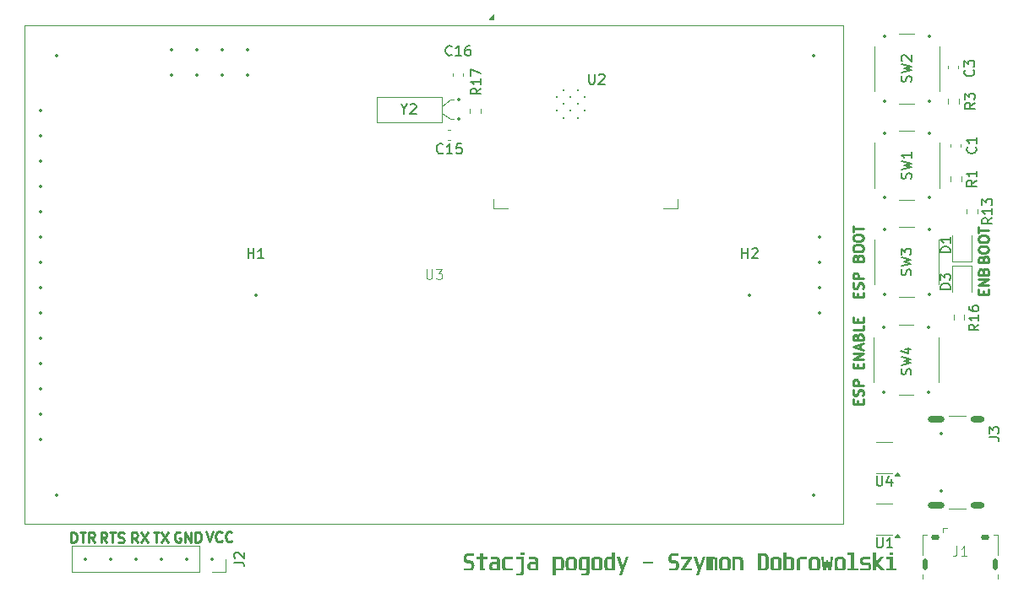
<source format=gto>
%TF.GenerationSoftware,KiCad,Pcbnew,9.0.1*%
%TF.CreationDate,2025-11-26T22:59:04+01:00*%
%TF.ProjectId,stacja_pogody_modu__wew,73746163-6a61-45f7-906f-676f64795f6d,rev?*%
%TF.SameCoordinates,Original*%
%TF.FileFunction,Legend,Top*%
%TF.FilePolarity,Positive*%
%FSLAX46Y46*%
G04 Gerber Fmt 4.6, Leading zero omitted, Abs format (unit mm)*
G04 Created by KiCad (PCBNEW 9.0.1) date 2025-11-26 22:59:04*
%MOMM*%
%LPD*%
G01*
G04 APERTURE LIST*
%ADD10C,0.300000*%
%ADD11C,0.250000*%
%ADD12C,0.150000*%
%ADD13C,0.100000*%
%ADD14C,0.120000*%
%ADD15C,0.350000*%
%ADD16O,1.700000X0.600000*%
%ADD17O,1.400000X0.600000*%
%ADD18O,0.500000X1.150000*%
%ADD19O,0.850000X0.550000*%
%ADD20C,0.200000*%
G04 APERTURE END LIST*
D10*
G36*
X146835962Y-112899374D02*
G01*
X146835962Y-113111316D01*
X146284034Y-113111316D01*
X146250136Y-113116142D01*
X146221019Y-113130275D01*
X146196319Y-113152330D01*
X146174857Y-113182757D01*
X146158588Y-113218013D01*
X146146556Y-113259327D01*
X146137122Y-113350552D01*
X146142104Y-113422507D01*
X146155820Y-113480406D01*
X146176964Y-113526864D01*
X146207856Y-113565286D01*
X146242964Y-113586795D01*
X146284034Y-113594001D01*
X146567325Y-113594001D01*
X146649475Y-113603263D01*
X146718359Y-113629721D01*
X146777979Y-113671985D01*
X146827535Y-113728365D01*
X146865425Y-113795870D01*
X146893572Y-113878391D01*
X146909937Y-113967743D01*
X146915646Y-114068259D01*
X146909418Y-114177089D01*
X146891466Y-114274980D01*
X146861698Y-114366073D01*
X146823322Y-114441768D01*
X146774186Y-114506440D01*
X146718359Y-114554058D01*
X146654399Y-114584759D01*
X146584086Y-114595000D01*
X145883231Y-114595000D01*
X145883231Y-114387271D01*
X146447707Y-114387271D01*
X146483475Y-114381737D01*
X146514843Y-114365289D01*
X146541632Y-114339898D01*
X146565218Y-114305480D01*
X146583173Y-114265355D01*
X146596634Y-114216270D01*
X146607167Y-114106086D01*
X146604021Y-114039424D01*
X146595627Y-113988483D01*
X146579349Y-113944166D01*
X146555785Y-113911913D01*
X146523837Y-113888015D01*
X146481229Y-113871064D01*
X146431860Y-113861927D01*
X146363718Y-113858424D01*
X146181177Y-113858424D01*
X146098645Y-113849490D01*
X146027945Y-113823803D01*
X145966403Y-113782443D01*
X145915655Y-113727266D01*
X145876729Y-113660715D01*
X145847511Y-113579346D01*
X145830440Y-113490523D01*
X145824430Y-113388379D01*
X145830327Y-113289475D01*
X145847511Y-113198419D01*
X145875980Y-113113408D01*
X145912540Y-113043172D01*
X145959613Y-112983260D01*
X146014390Y-112938209D01*
X146077353Y-112909151D01*
X146147563Y-112899374D01*
X146835962Y-112899374D01*
G37*
G36*
X147763504Y-112899374D02*
G01*
X147763504Y-113249801D01*
X148185373Y-113249801D01*
X148185373Y-113461835D01*
X147763504Y-113461835D01*
X147763504Y-114194197D01*
X147768725Y-114302274D01*
X147779212Y-114337046D01*
X147798126Y-114359977D01*
X147826027Y-114374507D01*
X147869475Y-114383058D01*
X148002740Y-114387271D01*
X148002740Y-114595000D01*
X147784570Y-114595000D01*
X147684337Y-114590614D01*
X147612471Y-114579246D01*
X147550779Y-114556760D01*
X147505401Y-114523650D01*
X147472405Y-114478058D01*
X147449805Y-114414565D01*
X147438424Y-114340530D01*
X147434051Y-114238252D01*
X147434051Y-113461835D01*
X147121359Y-113461835D01*
X147121359Y-113249801D01*
X147434051Y-113249801D01*
X147434051Y-112899374D01*
X147763504Y-112899374D01*
G37*
G36*
X149239096Y-113254976D02*
G01*
X149309195Y-113268761D01*
X149369847Y-113295076D01*
X149417273Y-113334890D01*
X149452378Y-113388230D01*
X149478089Y-113462842D01*
X149491817Y-113548763D01*
X149497049Y-113665350D01*
X149497049Y-114595000D01*
X148678591Y-114595000D01*
X148613948Y-114587051D01*
X148555767Y-114563584D01*
X148504292Y-114526466D01*
X148459230Y-114476481D01*
X148423635Y-114416747D01*
X148396307Y-114344223D01*
X148379992Y-114265529D01*
X148374325Y-114177436D01*
X148375557Y-114158476D01*
X148691139Y-114158476D01*
X148699630Y-114280840D01*
X148719345Y-114346818D01*
X148744575Y-114377902D01*
X148775128Y-114387271D01*
X149169610Y-114387271D01*
X149169610Y-113959174D01*
X148907294Y-113959174D01*
X148845170Y-113962099D01*
X148800315Y-113969707D01*
X148761826Y-113984103D01*
X148734187Y-114004329D01*
X148714024Y-114031329D01*
X148700573Y-114066244D01*
X148693713Y-114106118D01*
X148691139Y-114158476D01*
X148375557Y-114158476D01*
X148379942Y-114090980D01*
X148396307Y-114011656D01*
X148423594Y-113937866D01*
X148459230Y-113876284D01*
X148504392Y-113824360D01*
X148555767Y-113786067D01*
X148614017Y-113761692D01*
X148678591Y-113753461D01*
X149171717Y-113753461D01*
X149171717Y-113638056D01*
X149162965Y-113542831D01*
X149143415Y-113497555D01*
X149121861Y-113478803D01*
X149090512Y-113466495D01*
X149045779Y-113461835D01*
X148544318Y-113461835D01*
X148544318Y-113249801D01*
X149146530Y-113249801D01*
X149239096Y-113254976D01*
G37*
G36*
X150747816Y-113249801D02*
G01*
X150747816Y-113461835D01*
X150145513Y-113461835D01*
X150109591Y-113464695D01*
X150082590Y-113472368D01*
X150060409Y-113486385D01*
X150043756Y-113507997D01*
X150032530Y-113535893D01*
X150023789Y-113577240D01*
X150017561Y-113688431D01*
X150017561Y-114177436D01*
X150023561Y-114261463D01*
X150038742Y-114316985D01*
X150060120Y-114352068D01*
X150086803Y-114372525D01*
X150138618Y-114383361D01*
X150307080Y-114389378D01*
X150394183Y-114388370D01*
X150529555Y-114387271D01*
X150747816Y-114387271D01*
X150747816Y-114595000D01*
X150036428Y-114595000D01*
X149947816Y-114588807D01*
X149877976Y-114571919D01*
X149817528Y-114541511D01*
X149769898Y-114497455D01*
X149734488Y-114440132D01*
X149707983Y-114362083D01*
X149693496Y-114273072D01*
X149688016Y-114154263D01*
X149688016Y-113688431D01*
X149693474Y-113571491D01*
X149707983Y-113482809D01*
X149734497Y-113404695D01*
X149769898Y-113347438D01*
X149817535Y-113303308D01*
X149877976Y-113272882D01*
X149947816Y-113255994D01*
X150036428Y-113249801D01*
X150747816Y-113249801D01*
G37*
G36*
X151899940Y-113249801D02*
G01*
X151899940Y-114691536D01*
X151894762Y-114804282D01*
X151881072Y-114888732D01*
X151855445Y-114962643D01*
X151820164Y-115016776D01*
X151772688Y-115057642D01*
X151712087Y-115085012D01*
X151642259Y-115099565D01*
X151551619Y-115104979D01*
X151100442Y-115104979D01*
X151100442Y-114895052D01*
X151364865Y-114895052D01*
X151430665Y-114891802D01*
X151476057Y-114883511D01*
X151513703Y-114867445D01*
X151538980Y-114844677D01*
X151555753Y-114814025D01*
X151566274Y-114770213D01*
X151572594Y-114649588D01*
X151572594Y-113461835D01*
X151100442Y-113461835D01*
X151100442Y-113249801D01*
X151899940Y-113249801D01*
G37*
G36*
X151935661Y-112821705D02*
G01*
X151935661Y-113081915D01*
X151551619Y-113081915D01*
X151551619Y-112821705D01*
X151935661Y-112821705D01*
G37*
G36*
X153085921Y-113254976D02*
G01*
X153156020Y-113268761D01*
X153216672Y-113295076D01*
X153264098Y-113334890D01*
X153299203Y-113388230D01*
X153324914Y-113462842D01*
X153338642Y-113548763D01*
X153343873Y-113665350D01*
X153343873Y-114595000D01*
X152525416Y-114595000D01*
X152460772Y-114587051D01*
X152402592Y-114563584D01*
X152351117Y-114526466D01*
X152306055Y-114476481D01*
X152270460Y-114416747D01*
X152243132Y-114344223D01*
X152226817Y-114265529D01*
X152221150Y-114177436D01*
X152222382Y-114158476D01*
X152537964Y-114158476D01*
X152546455Y-114280840D01*
X152566170Y-114346818D01*
X152591400Y-114377902D01*
X152621953Y-114387271D01*
X153016435Y-114387271D01*
X153016435Y-113959174D01*
X152754118Y-113959174D01*
X152691994Y-113962099D01*
X152647140Y-113969707D01*
X152608651Y-113984103D01*
X152581011Y-114004329D01*
X152560849Y-114031329D01*
X152547397Y-114066244D01*
X152540537Y-114106118D01*
X152537964Y-114158476D01*
X152222382Y-114158476D01*
X152226767Y-114090980D01*
X152243132Y-114011656D01*
X152270419Y-113937866D01*
X152306055Y-113876284D01*
X152351217Y-113824360D01*
X152402592Y-113786067D01*
X152460842Y-113761692D01*
X152525416Y-113753461D01*
X153018542Y-113753461D01*
X153018542Y-113638056D01*
X153009790Y-113542831D01*
X152990240Y-113497555D01*
X152968686Y-113478803D01*
X152937337Y-113466495D01*
X152892604Y-113461835D01*
X152391143Y-113461835D01*
X152391143Y-113249801D01*
X152993354Y-113249801D01*
X153085921Y-113254976D01*
G37*
G36*
X155642804Y-113255675D02*
G01*
X155713243Y-113271875D01*
X155774700Y-113301521D01*
X155823335Y-113345331D01*
X155859762Y-113402792D01*
X155887357Y-113481710D01*
X155902662Y-113571643D01*
X155908423Y-113690538D01*
X155908423Y-114154263D01*
X155902944Y-114273072D01*
X155888456Y-114362083D01*
X155861951Y-114440132D01*
X155826541Y-114497455D01*
X155778740Y-114541442D01*
X155717364Y-114571919D01*
X155646401Y-114588792D01*
X155555798Y-114595000D01*
X155108833Y-114595000D01*
X155108833Y-115104979D01*
X154785700Y-115104979D01*
X154785700Y-114387271D01*
X155108833Y-114387271D01*
X155453032Y-114387271D01*
X155487157Y-114384737D01*
X155513849Y-114377837D01*
X155536285Y-114364839D01*
X155553691Y-114344315D01*
X155565777Y-114317564D01*
X155574665Y-114279193D01*
X155580985Y-114173223D01*
X155580985Y-113659030D01*
X155577962Y-113591624D01*
X155570452Y-113547839D01*
X155555268Y-113512426D01*
X155532717Y-113489129D01*
X155502030Y-113474457D01*
X155457154Y-113466048D01*
X155335521Y-113461835D01*
X155108833Y-113461835D01*
X155108833Y-114387271D01*
X154785700Y-114387271D01*
X154785700Y-113249801D01*
X155555798Y-113249801D01*
X155642804Y-113255675D01*
G37*
G36*
X156941536Y-113255980D02*
G01*
X157010172Y-113272882D01*
X157069893Y-113303190D01*
X157118250Y-113347438D01*
X157154726Y-113404766D01*
X157182272Y-113482809D01*
X157197517Y-113571526D01*
X157203246Y-113688431D01*
X157203246Y-114154263D01*
X157197766Y-114273072D01*
X157183279Y-114362083D01*
X157156598Y-114440033D01*
X157120356Y-114497455D01*
X157071834Y-114541560D01*
X157011180Y-114571919D01*
X156941660Y-114588844D01*
X156854925Y-114595000D01*
X156405763Y-114595000D01*
X156315159Y-114588792D01*
X156244196Y-114571919D01*
X156182898Y-114541448D01*
X156135111Y-114497455D01*
X156099924Y-114440107D01*
X156074203Y-114362083D01*
X156060516Y-114273103D01*
X156055335Y-114154263D01*
X156055335Y-113688431D01*
X156384788Y-113688431D01*
X156384788Y-114150142D01*
X156393240Y-114266734D01*
X156413090Y-114331675D01*
X156436427Y-114362244D01*
X156468652Y-114380632D01*
X156512833Y-114387271D01*
X156743642Y-114387271D01*
X156789180Y-114380537D01*
X156821619Y-114362079D01*
X156844392Y-114331675D01*
X156863587Y-114267286D01*
X156871687Y-114154263D01*
X156871687Y-113688431D01*
X156863557Y-113577562D01*
X156844392Y-113515324D01*
X156821788Y-113486217D01*
X156789382Y-113468379D01*
X156743642Y-113461835D01*
X156512833Y-113461835D01*
X156468458Y-113468286D01*
X156436260Y-113486055D01*
X156413090Y-113515324D01*
X156393205Y-113577635D01*
X156384788Y-113688431D01*
X156055335Y-113688431D01*
X156060496Y-113571457D01*
X156074203Y-113482809D01*
X156099933Y-113404721D01*
X156135111Y-113347438D01*
X156182905Y-113303371D01*
X156244196Y-113272882D01*
X156315159Y-113256009D01*
X156405763Y-113249801D01*
X156854925Y-113249801D01*
X156941536Y-113255980D01*
G37*
G36*
X158456120Y-114664242D02*
G01*
X158450917Y-114784923D01*
X158437253Y-114874077D01*
X158411573Y-114952156D01*
X158376345Y-115009449D01*
X158328855Y-115053346D01*
X158269366Y-115082905D01*
X158200310Y-115098989D01*
X158109906Y-115104979D01*
X157583166Y-115104979D01*
X157583166Y-114895052D01*
X157870670Y-114895052D01*
X158003844Y-114888732D01*
X158051428Y-114877853D01*
X158083620Y-114860430D01*
X158107121Y-114834358D01*
X158122454Y-114797507D01*
X158129982Y-114752763D01*
X158132987Y-114685217D01*
X158132987Y-114595000D01*
X157715332Y-114595000D01*
X157624729Y-114588792D01*
X157553765Y-114571919D01*
X157492450Y-114541452D01*
X157444589Y-114497455D01*
X157409422Y-114440105D01*
X157383772Y-114362083D01*
X157370085Y-114273103D01*
X157364904Y-114154263D01*
X157364904Y-113690538D01*
X157366119Y-113665350D01*
X157688038Y-113665350D01*
X157688038Y-114173223D01*
X157696103Y-114285043D01*
X157714233Y-114341109D01*
X157735770Y-114365520D01*
X157768876Y-114381274D01*
X157818189Y-114387271D01*
X158132987Y-114387271D01*
X158132987Y-113461835D01*
X157908406Y-113461835D01*
X157799321Y-113469162D01*
X157760539Y-113480629D01*
X157732185Y-113498563D01*
X157711369Y-113524226D01*
X157697472Y-113560478D01*
X157690690Y-113603465D01*
X157688038Y-113665350D01*
X157366119Y-113665350D01*
X157370641Y-113571639D01*
X157385879Y-113481710D01*
X157413227Y-113402693D01*
X157448802Y-113345331D01*
X157496522Y-113301493D01*
X157556879Y-113271875D01*
X157626662Y-113255732D01*
X157715332Y-113249801D01*
X158456120Y-113249801D01*
X158456120Y-114664242D01*
G37*
G36*
X159506086Y-113255980D02*
G01*
X159574722Y-113272882D01*
X159634443Y-113303190D01*
X159682800Y-113347438D01*
X159719276Y-113404766D01*
X159746822Y-113482809D01*
X159762067Y-113571526D01*
X159767796Y-113688431D01*
X159767796Y-114154263D01*
X159762316Y-114273072D01*
X159747829Y-114362083D01*
X159721148Y-114440033D01*
X159684906Y-114497455D01*
X159636384Y-114541560D01*
X159575730Y-114571919D01*
X159506210Y-114588844D01*
X159419475Y-114595000D01*
X158970313Y-114595000D01*
X158879709Y-114588792D01*
X158808746Y-114571919D01*
X158747448Y-114541448D01*
X158699661Y-114497455D01*
X158664474Y-114440107D01*
X158638753Y-114362083D01*
X158625066Y-114273103D01*
X158619885Y-114154263D01*
X158619885Y-113688431D01*
X158949338Y-113688431D01*
X158949338Y-114150142D01*
X158957790Y-114266734D01*
X158977640Y-114331675D01*
X159000977Y-114362244D01*
X159033202Y-114380632D01*
X159077383Y-114387271D01*
X159308192Y-114387271D01*
X159353730Y-114380537D01*
X159386169Y-114362079D01*
X159408942Y-114331675D01*
X159428137Y-114267286D01*
X159436236Y-114154263D01*
X159436236Y-113688431D01*
X159428107Y-113577562D01*
X159408942Y-113515324D01*
X159386338Y-113486217D01*
X159353932Y-113468379D01*
X159308192Y-113461835D01*
X159077383Y-113461835D01*
X159033008Y-113468286D01*
X159000810Y-113486055D01*
X158977640Y-113515324D01*
X158957755Y-113577635D01*
X158949338Y-113688431D01*
X158619885Y-113688431D01*
X158625046Y-113571457D01*
X158638753Y-113482809D01*
X158664483Y-113404721D01*
X158699661Y-113347438D01*
X158747455Y-113303371D01*
X158808746Y-113272882D01*
X158879709Y-113256009D01*
X158970313Y-113249801D01*
X159419475Y-113249801D01*
X159506086Y-113255980D01*
G37*
G36*
X161018564Y-114595000D02*
G01*
X160284095Y-114595000D01*
X160195666Y-114588003D01*
X160125642Y-114568804D01*
X160065551Y-114534897D01*
X160017565Y-114485915D01*
X159982148Y-114423510D01*
X159955649Y-114340010D01*
X159941173Y-114246180D01*
X159935774Y-114124954D01*
X159935774Y-113719938D01*
X159937083Y-113690538D01*
X160254694Y-113690538D01*
X160254694Y-114009549D01*
X160257677Y-114128960D01*
X160265227Y-114209951D01*
X160280795Y-114279192D01*
X160301955Y-114324348D01*
X160333152Y-114357121D01*
X160374312Y-114375730D01*
X160423645Y-114384069D01*
X160491823Y-114387271D01*
X160693324Y-114387271D01*
X160693324Y-113461835D01*
X160386952Y-113461835D01*
X160352746Y-113464370D01*
X160326044Y-113471269D01*
X160303554Y-113484621D01*
X160285102Y-113506989D01*
X160272087Y-113535894D01*
X160262021Y-113577240D01*
X160254694Y-113690538D01*
X159937083Y-113690538D01*
X159941174Y-113598632D01*
X159955649Y-113504791D01*
X159982152Y-113421305D01*
X160017565Y-113358978D01*
X160065561Y-113309942D01*
X160125642Y-113276088D01*
X160195671Y-113256821D01*
X160284095Y-113249801D01*
X160693324Y-113249801D01*
X160693324Y-112821705D01*
X161018564Y-112821705D01*
X161018564Y-114595000D01*
G37*
G36*
X161503447Y-113249801D02*
G01*
X161793058Y-114124954D01*
X161803499Y-114124954D01*
X162095217Y-113249801D01*
X162372188Y-113249801D01*
X161698627Y-115104979D01*
X161409016Y-115104979D01*
X161627278Y-114559279D01*
X161150913Y-113249801D01*
X161503447Y-113249801D01*
G37*
G36*
X164844414Y-113700979D02*
G01*
X164844414Y-113915119D01*
X163799360Y-113915119D01*
X163799360Y-113700979D01*
X164844414Y-113700979D01*
G37*
G36*
X167352361Y-112899374D02*
G01*
X167352361Y-113111316D01*
X166800433Y-113111316D01*
X166766535Y-113116142D01*
X166737418Y-113130275D01*
X166712718Y-113152330D01*
X166691256Y-113182757D01*
X166674987Y-113218013D01*
X166662955Y-113259327D01*
X166653521Y-113350552D01*
X166658503Y-113422507D01*
X166672219Y-113480406D01*
X166693363Y-113526864D01*
X166724255Y-113565286D01*
X166759363Y-113586795D01*
X166800433Y-113594001D01*
X167083724Y-113594001D01*
X167165874Y-113603263D01*
X167234758Y-113629721D01*
X167294378Y-113671985D01*
X167343934Y-113728365D01*
X167381824Y-113795870D01*
X167409972Y-113878391D01*
X167426336Y-113967743D01*
X167432045Y-114068259D01*
X167425817Y-114177089D01*
X167407865Y-114274980D01*
X167378097Y-114366073D01*
X167339721Y-114441768D01*
X167290585Y-114506440D01*
X167234758Y-114554058D01*
X167170798Y-114584759D01*
X167100485Y-114595000D01*
X166399631Y-114595000D01*
X166399631Y-114387271D01*
X166964106Y-114387271D01*
X166999874Y-114381737D01*
X167031243Y-114365289D01*
X167058031Y-114339898D01*
X167081618Y-114305480D01*
X167099572Y-114265355D01*
X167113033Y-114216270D01*
X167123566Y-114106086D01*
X167120420Y-114039424D01*
X167112026Y-113988483D01*
X167095748Y-113944166D01*
X167072184Y-113911913D01*
X167040236Y-113888015D01*
X166997629Y-113871064D01*
X166948259Y-113861927D01*
X166880117Y-113858424D01*
X166697576Y-113858424D01*
X166615045Y-113849490D01*
X166544344Y-113823803D01*
X166482802Y-113782443D01*
X166432054Y-113727266D01*
X166393128Y-113660715D01*
X166363910Y-113579346D01*
X166346840Y-113490523D01*
X166340829Y-113388379D01*
X166346726Y-113289475D01*
X166363910Y-113198419D01*
X166392379Y-113113408D01*
X166428940Y-113043172D01*
X166476012Y-112983260D01*
X166530789Y-112938209D01*
X166593752Y-112909151D01*
X166663962Y-112899374D01*
X167352361Y-112899374D01*
G37*
G36*
X168682904Y-113249801D02*
G01*
X168682904Y-113417688D01*
X168067962Y-114387271D01*
X168682904Y-114387271D01*
X168682904Y-114595000D01*
X167654611Y-114595000D01*
X167654611Y-114466955D01*
X168303076Y-113461835D01*
X167654611Y-113461835D01*
X167654611Y-113249801D01*
X168682904Y-113249801D01*
G37*
G36*
X169197096Y-113249801D02*
G01*
X169486707Y-114124954D01*
X169497149Y-114124954D01*
X169788866Y-113249801D01*
X170065838Y-113249801D01*
X169392277Y-115104979D01*
X169102666Y-115104979D01*
X169320928Y-114559279D01*
X168844562Y-113249801D01*
X169197096Y-113249801D01*
G37*
G36*
X170947310Y-113249801D02*
G01*
X171038082Y-113255193D01*
X171108877Y-113269768D01*
X171170411Y-113297204D01*
X171218053Y-113338004D01*
X171253263Y-113392129D01*
X171278870Y-113466048D01*
X171292536Y-113550750D01*
X171297738Y-113665350D01*
X171297738Y-114595000D01*
X171014446Y-114595000D01*
X171014446Y-113688431D01*
X171008127Y-113577240D01*
X170998924Y-113536069D01*
X170986145Y-113507997D01*
X170967982Y-113486227D01*
X170946211Y-113472368D01*
X170920411Y-113464680D01*
X170886494Y-113461835D01*
X170836119Y-113461835D01*
X170836119Y-114595000D01*
X170615751Y-114595000D01*
X170615751Y-113461835D01*
X170466732Y-113461835D01*
X170466732Y-114595000D01*
X170172999Y-114595000D01*
X170172999Y-113249801D01*
X170947310Y-113249801D01*
G37*
G36*
X172328836Y-113255980D02*
G01*
X172397472Y-113272882D01*
X172457192Y-113303190D01*
X172505549Y-113347438D01*
X172542026Y-113404766D01*
X172569571Y-113482809D01*
X172584816Y-113571526D01*
X172590546Y-113688431D01*
X172590546Y-114154263D01*
X172585066Y-114273072D01*
X172570579Y-114362083D01*
X172543897Y-114440033D01*
X172507656Y-114497455D01*
X172459134Y-114541560D01*
X172398479Y-114571919D01*
X172328960Y-114588844D01*
X172242225Y-114595000D01*
X171793062Y-114595000D01*
X171702459Y-114588792D01*
X171631495Y-114571919D01*
X171570197Y-114541448D01*
X171522411Y-114497455D01*
X171487224Y-114440107D01*
X171461502Y-114362083D01*
X171447816Y-114273103D01*
X171442635Y-114154263D01*
X171442635Y-113688431D01*
X171772088Y-113688431D01*
X171772088Y-114150142D01*
X171780540Y-114266734D01*
X171800389Y-114331675D01*
X171823727Y-114362244D01*
X171855951Y-114380632D01*
X171900132Y-114387271D01*
X172130942Y-114387271D01*
X172176480Y-114380537D01*
X172208918Y-114362079D01*
X172231692Y-114331675D01*
X172250886Y-114267286D01*
X172258986Y-114154263D01*
X172258986Y-113688431D01*
X172250856Y-113577562D01*
X172231692Y-113515324D01*
X172209087Y-113486217D01*
X172176681Y-113468379D01*
X172130942Y-113461835D01*
X171900132Y-113461835D01*
X171855757Y-113468286D01*
X171823560Y-113486055D01*
X171800389Y-113515324D01*
X171780504Y-113577635D01*
X171772088Y-113688431D01*
X171442635Y-113688431D01*
X171447795Y-113571457D01*
X171461502Y-113482809D01*
X171487233Y-113404721D01*
X171522411Y-113347438D01*
X171570204Y-113303371D01*
X171631495Y-113272882D01*
X171702459Y-113256009D01*
X171793062Y-113249801D01*
X172242225Y-113249801D01*
X172328836Y-113255980D01*
G37*
G36*
X173499312Y-113249801D02*
G01*
X173590002Y-113254948D01*
X173659780Y-113268761D01*
X173720246Y-113295120D01*
X173766850Y-113334890D01*
X173801174Y-113388138D01*
X173826659Y-113462842D01*
X173840320Y-113548760D01*
X173845526Y-113665350D01*
X173845526Y-114595000D01*
X173524500Y-114595000D01*
X173524500Y-113688431D01*
X173518180Y-113577240D01*
X173508906Y-113536067D01*
X173496106Y-113507997D01*
X173478017Y-113486231D01*
X173456264Y-113472368D01*
X173430699Y-113464636D01*
X173398562Y-113461835D01*
X173075337Y-113461835D01*
X173075337Y-114595000D01*
X172750097Y-114595000D01*
X172750097Y-113249801D01*
X173499312Y-113249801D01*
G37*
G36*
X176153327Y-112908387D02*
G01*
X176214896Y-112935095D01*
X176268887Y-112976987D01*
X176315646Y-113033738D01*
X176352485Y-113100741D01*
X176381683Y-113181658D01*
X176399653Y-113268821D01*
X176405863Y-113365298D01*
X176405863Y-114135396D01*
X176399946Y-114229938D01*
X176382782Y-114315922D01*
X176354368Y-114395700D01*
X176317752Y-114461734D01*
X176270896Y-114517525D01*
X176215995Y-114559371D01*
X176153500Y-114586038D01*
X176084836Y-114595000D01*
X175323073Y-114595000D01*
X175323073Y-114387271D01*
X175648313Y-114387271D01*
X175946351Y-114387271D01*
X175978375Y-114382092D01*
X176008175Y-114366297D01*
X176034009Y-114342093D01*
X176056443Y-114309602D01*
X176073797Y-114272159D01*
X176086851Y-114228818D01*
X176097384Y-114135396D01*
X176097384Y-113365298D01*
X176086851Y-113268761D01*
X176073703Y-113224624D01*
X176056443Y-113187978D01*
X176034065Y-113156270D01*
X176008175Y-113132290D01*
X175978375Y-113116494D01*
X175946351Y-113111316D01*
X175648313Y-113111316D01*
X175648313Y-114387271D01*
X175323073Y-114387271D01*
X175323073Y-112899374D01*
X176084836Y-112899374D01*
X176153327Y-112908387D01*
G37*
G36*
X177457935Y-113255980D02*
G01*
X177526571Y-113272882D01*
X177586292Y-113303190D01*
X177634649Y-113347438D01*
X177671125Y-113404766D01*
X177698671Y-113482809D01*
X177713916Y-113571526D01*
X177719645Y-113688431D01*
X177719645Y-114154263D01*
X177714166Y-114273072D01*
X177699678Y-114362083D01*
X177672997Y-114440033D01*
X177636755Y-114497455D01*
X177588233Y-114541560D01*
X177527579Y-114571919D01*
X177458059Y-114588844D01*
X177371325Y-114595000D01*
X176922162Y-114595000D01*
X176831559Y-114588792D01*
X176760595Y-114571919D01*
X176699297Y-114541448D01*
X176651510Y-114497455D01*
X176616324Y-114440107D01*
X176590602Y-114362083D01*
X176576916Y-114273103D01*
X176571734Y-114154263D01*
X176571734Y-113688431D01*
X176901188Y-113688431D01*
X176901188Y-114150142D01*
X176909640Y-114266734D01*
X176929489Y-114331675D01*
X176952826Y-114362244D01*
X176985051Y-114380632D01*
X177029232Y-114387271D01*
X177260041Y-114387271D01*
X177305579Y-114380537D01*
X177338018Y-114362079D01*
X177360792Y-114331675D01*
X177379986Y-114267286D01*
X177388086Y-114154263D01*
X177388086Y-113688431D01*
X177379956Y-113577562D01*
X177360792Y-113515324D01*
X177338187Y-113486217D01*
X177305781Y-113468379D01*
X177260041Y-113461835D01*
X177029232Y-113461835D01*
X176984857Y-113468286D01*
X176952659Y-113486055D01*
X176929489Y-113515324D01*
X176909604Y-113577635D01*
X176901188Y-113688431D01*
X176571734Y-113688431D01*
X176576895Y-113571457D01*
X176590602Y-113482809D01*
X176616332Y-113404721D01*
X176651510Y-113347438D01*
X176699304Y-113303371D01*
X176760595Y-113272882D01*
X176831559Y-113256009D01*
X176922162Y-113249801D01*
X177371325Y-113249801D01*
X177457935Y-113255980D01*
G37*
G36*
X178208650Y-113249801D02*
G01*
X178626305Y-113249801D01*
X178719125Y-113257857D01*
X178792073Y-113279980D01*
X178849336Y-113314377D01*
X178893843Y-113361085D01*
X178925760Y-113417249D01*
X178951119Y-113492454D01*
X178968243Y-113591489D01*
X178974626Y-113719938D01*
X178974626Y-114124954D01*
X178968245Y-114253346D01*
X178951124Y-114352371D01*
X178925766Y-114427599D01*
X178893843Y-114483808D01*
X178849343Y-114530473D01*
X178792083Y-114564842D01*
X178719133Y-114586949D01*
X178626305Y-114595000D01*
X177881304Y-114595000D01*
X177881304Y-114387271D01*
X178208650Y-114387271D01*
X178439551Y-114387271D01*
X178545430Y-114380951D01*
X178582880Y-114369988D01*
X178609453Y-114351550D01*
X178628165Y-114324318D01*
X178640960Y-114282308D01*
X178649386Y-114154263D01*
X178649386Y-113690538D01*
X178643066Y-113577240D01*
X178634111Y-113535832D01*
X178622092Y-113506989D01*
X178604518Y-113484661D01*
X178582250Y-113471269D01*
X178555548Y-113464370D01*
X178521342Y-113461835D01*
X178208650Y-113461835D01*
X178208650Y-114387271D01*
X177881304Y-114387271D01*
X177881304Y-112821705D01*
X178208650Y-112821705D01*
X178208650Y-113249801D01*
G37*
G36*
X180217059Y-113461835D02*
G01*
X179725948Y-113461835D01*
X179626297Y-113469162D01*
X179591012Y-113481299D01*
X179565389Y-113501677D01*
X179547852Y-113530964D01*
X179536079Y-113576232D01*
X179528752Y-113709405D01*
X179528752Y-114595000D01*
X179203421Y-114595000D01*
X179203421Y-113659030D01*
X179211851Y-113550489D01*
X179234915Y-113465130D01*
X179270412Y-113398255D01*
X179317818Y-113346338D01*
X179376822Y-113306802D01*
X179450994Y-113276657D01*
X179543651Y-113256970D01*
X179658811Y-113249801D01*
X180217059Y-113249801D01*
X180217059Y-113461835D01*
G37*
G36*
X181304760Y-113255980D02*
G01*
X181373396Y-113272882D01*
X181433117Y-113303190D01*
X181481474Y-113347438D01*
X181517950Y-113404766D01*
X181545496Y-113482809D01*
X181560741Y-113571526D01*
X181566470Y-113688431D01*
X181566470Y-114154263D01*
X181560990Y-114273072D01*
X181546503Y-114362083D01*
X181519822Y-114440033D01*
X181483580Y-114497455D01*
X181435058Y-114541560D01*
X181374404Y-114571919D01*
X181304884Y-114588844D01*
X181218149Y-114595000D01*
X180768987Y-114595000D01*
X180678383Y-114588792D01*
X180607420Y-114571919D01*
X180546122Y-114541448D01*
X180498335Y-114497455D01*
X180463148Y-114440107D01*
X180437427Y-114362083D01*
X180423740Y-114273103D01*
X180418559Y-114154263D01*
X180418559Y-113688431D01*
X180748012Y-113688431D01*
X180748012Y-114150142D01*
X180756464Y-114266734D01*
X180776314Y-114331675D01*
X180799651Y-114362244D01*
X180831876Y-114380632D01*
X180876057Y-114387271D01*
X181106866Y-114387271D01*
X181152404Y-114380537D01*
X181184843Y-114362079D01*
X181207616Y-114331675D01*
X181226811Y-114267286D01*
X181234911Y-114154263D01*
X181234911Y-113688431D01*
X181226781Y-113577562D01*
X181207616Y-113515324D01*
X181185012Y-113486217D01*
X181152606Y-113468379D01*
X181106866Y-113461835D01*
X180876057Y-113461835D01*
X180831682Y-113468286D01*
X180799484Y-113486055D01*
X180776314Y-113515324D01*
X180756429Y-113577635D01*
X180748012Y-113688431D01*
X180418559Y-113688431D01*
X180423720Y-113571457D01*
X180437427Y-113482809D01*
X180463157Y-113404721D01*
X180498335Y-113347438D01*
X180546129Y-113303371D01*
X180607420Y-113272882D01*
X180678383Y-113256009D01*
X180768987Y-113249801D01*
X181218149Y-113249801D01*
X181304760Y-113255980D01*
G37*
G36*
X181961045Y-113249801D02*
G01*
X182026166Y-114210958D01*
X182036607Y-114210958D01*
X182172986Y-113587681D01*
X182376593Y-113587681D01*
X182508759Y-114206745D01*
X182521399Y-114206745D01*
X182584322Y-113249801D01*
X182894907Y-113249801D01*
X182727021Y-114595000D01*
X182376593Y-114595000D01*
X182277950Y-114091340D01*
X182267417Y-114091340D01*
X182172986Y-114595000D01*
X181822559Y-114595000D01*
X181654672Y-113249801D01*
X181961045Y-113249801D01*
G37*
G36*
X183869310Y-113255980D02*
G01*
X183937946Y-113272882D01*
X183997667Y-113303190D01*
X184046024Y-113347438D01*
X184082500Y-113404766D01*
X184110046Y-113482809D01*
X184125291Y-113571526D01*
X184131020Y-113688431D01*
X184131020Y-114154263D01*
X184125540Y-114273072D01*
X184111053Y-114362083D01*
X184084372Y-114440033D01*
X184048130Y-114497455D01*
X183999608Y-114541560D01*
X183938954Y-114571919D01*
X183869434Y-114588844D01*
X183782699Y-114595000D01*
X183333537Y-114595000D01*
X183242933Y-114588792D01*
X183171970Y-114571919D01*
X183110672Y-114541448D01*
X183062885Y-114497455D01*
X183027698Y-114440107D01*
X183001977Y-114362083D01*
X182988290Y-114273103D01*
X182983109Y-114154263D01*
X182983109Y-113688431D01*
X183312562Y-113688431D01*
X183312562Y-114150142D01*
X183321014Y-114266734D01*
X183340864Y-114331675D01*
X183364201Y-114362244D01*
X183396426Y-114380632D01*
X183440607Y-114387271D01*
X183671416Y-114387271D01*
X183716954Y-114380537D01*
X183749393Y-114362079D01*
X183772166Y-114331675D01*
X183791361Y-114267286D01*
X183799460Y-114154263D01*
X183799460Y-113688431D01*
X183791331Y-113577562D01*
X183772166Y-113515324D01*
X183749562Y-113486217D01*
X183717156Y-113468379D01*
X183671416Y-113461835D01*
X183440607Y-113461835D01*
X183396232Y-113468286D01*
X183364034Y-113486055D01*
X183340864Y-113515324D01*
X183320979Y-113577635D01*
X183312562Y-113688431D01*
X182983109Y-113688431D01*
X182988270Y-113571457D01*
X183001977Y-113482809D01*
X183027707Y-113404721D01*
X183062885Y-113347438D01*
X183110679Y-113303371D01*
X183171970Y-113272882D01*
X183242933Y-113256009D01*
X183333537Y-113249801D01*
X183782699Y-113249801D01*
X183869310Y-113255980D01*
G37*
G36*
X184997746Y-112821705D02*
G01*
X184997746Y-114387271D01*
X185371346Y-114387271D01*
X185371346Y-114595000D01*
X184307333Y-114595000D01*
X184307333Y-114387271D01*
X184672506Y-114387271D01*
X184672506Y-113033647D01*
X184307333Y-113033647D01*
X184307333Y-112821705D01*
X184997746Y-112821705D01*
G37*
G36*
X186596926Y-113249801D02*
G01*
X186596926Y-113461835D01*
X185952675Y-113461835D01*
X185903284Y-113471126D01*
X185867678Y-113497555D01*
X185846222Y-113541130D01*
X185837270Y-113621295D01*
X185846355Y-113698223D01*
X185869258Y-113745000D01*
X185903550Y-113771404D01*
X185952675Y-113780755D01*
X186395518Y-113780755D01*
X186463696Y-113788635D01*
X186521364Y-113811255D01*
X186571626Y-113846807D01*
X186613688Y-113893046D01*
X186646539Y-113948144D01*
X186671390Y-114014770D01*
X186686223Y-114086853D01*
X186691357Y-114166903D01*
X186681413Y-114300862D01*
X186654516Y-114403962D01*
X186613688Y-114482709D01*
X186570559Y-114531496D01*
X186518993Y-114566043D01*
X186457329Y-114587434D01*
X186382878Y-114595000D01*
X185598034Y-114595000D01*
X185598034Y-114387271D01*
X186313635Y-114387271D01*
X186350682Y-114377222D01*
X186380771Y-114345322D01*
X186398637Y-114296790D01*
X186405959Y-114215171D01*
X186398564Y-114133860D01*
X186380771Y-114087219D01*
X186350851Y-114056949D01*
X186313635Y-114047285D01*
X185854031Y-114047285D01*
X185781938Y-114039376D01*
X185721865Y-114016877D01*
X185670291Y-113980540D01*
X185628442Y-113931880D01*
X185596719Y-113873569D01*
X185572847Y-113802828D01*
X185558828Y-113726523D01*
X185553979Y-113642269D01*
X185564001Y-113521461D01*
X185591390Y-113427157D01*
X185633663Y-113353757D01*
X185677249Y-113309580D01*
X185731088Y-113277456D01*
X185797360Y-113257108D01*
X185879219Y-113249801D01*
X186596926Y-113249801D01*
G37*
G36*
X187159387Y-112821705D02*
G01*
X187159387Y-113715725D01*
X187180362Y-113715725D01*
X187589590Y-113249801D01*
X187929576Y-113249801D01*
X187400730Y-113866851D01*
X187979952Y-114595000D01*
X187602230Y-114595000D01*
X187176240Y-114030524D01*
X187159387Y-114030524D01*
X187159387Y-114595000D01*
X186829934Y-114595000D01*
X186829934Y-112821705D01*
X187159387Y-112821705D01*
G37*
G36*
X188880292Y-112821705D02*
G01*
X188880292Y-113081915D01*
X188496250Y-113081915D01*
X188496250Y-112821705D01*
X188880292Y-112821705D01*
G37*
G36*
X188850891Y-113249801D02*
G01*
X188850891Y-114387271D01*
X189216065Y-114387271D01*
X189216065Y-114595000D01*
X188154158Y-114595000D01*
X188154158Y-114387271D01*
X188525651Y-114387271D01*
X188525651Y-113461835D01*
X188154158Y-113461835D01*
X188154158Y-113249801D01*
X188850891Y-113249801D01*
G37*
D11*
X110073996Y-111784619D02*
X109740663Y-111308428D01*
X109502568Y-111784619D02*
X109502568Y-110784619D01*
X109502568Y-110784619D02*
X109883520Y-110784619D01*
X109883520Y-110784619D02*
X109978758Y-110832238D01*
X109978758Y-110832238D02*
X110026377Y-110879857D01*
X110026377Y-110879857D02*
X110073996Y-110975095D01*
X110073996Y-110975095D02*
X110073996Y-111117952D01*
X110073996Y-111117952D02*
X110026377Y-111213190D01*
X110026377Y-111213190D02*
X109978758Y-111260809D01*
X109978758Y-111260809D02*
X109883520Y-111308428D01*
X109883520Y-111308428D02*
X109502568Y-111308428D01*
X110359711Y-110784619D02*
X110931139Y-110784619D01*
X110645425Y-111784619D02*
X110645425Y-110784619D01*
X111216854Y-111737000D02*
X111359711Y-111784619D01*
X111359711Y-111784619D02*
X111597806Y-111784619D01*
X111597806Y-111784619D02*
X111693044Y-111737000D01*
X111693044Y-111737000D02*
X111740663Y-111689380D01*
X111740663Y-111689380D02*
X111788282Y-111594142D01*
X111788282Y-111594142D02*
X111788282Y-111498904D01*
X111788282Y-111498904D02*
X111740663Y-111403666D01*
X111740663Y-111403666D02*
X111693044Y-111356047D01*
X111693044Y-111356047D02*
X111597806Y-111308428D01*
X111597806Y-111308428D02*
X111407330Y-111260809D01*
X111407330Y-111260809D02*
X111312092Y-111213190D01*
X111312092Y-111213190D02*
X111264473Y-111165571D01*
X111264473Y-111165571D02*
X111216854Y-111070333D01*
X111216854Y-111070333D02*
X111216854Y-110975095D01*
X111216854Y-110975095D02*
X111264473Y-110879857D01*
X111264473Y-110879857D02*
X111312092Y-110832238D01*
X111312092Y-110832238D02*
X111407330Y-110784619D01*
X111407330Y-110784619D02*
X111645425Y-110784619D01*
X111645425Y-110784619D02*
X111788282Y-110832238D01*
X197900809Y-83334098D02*
X197948428Y-83191241D01*
X197948428Y-83191241D02*
X197996047Y-83143622D01*
X197996047Y-83143622D02*
X198091285Y-83096003D01*
X198091285Y-83096003D02*
X198234142Y-83096003D01*
X198234142Y-83096003D02*
X198329380Y-83143622D01*
X198329380Y-83143622D02*
X198377000Y-83191241D01*
X198377000Y-83191241D02*
X198424619Y-83286479D01*
X198424619Y-83286479D02*
X198424619Y-83667431D01*
X198424619Y-83667431D02*
X197424619Y-83667431D01*
X197424619Y-83667431D02*
X197424619Y-83334098D01*
X197424619Y-83334098D02*
X197472238Y-83238860D01*
X197472238Y-83238860D02*
X197519857Y-83191241D01*
X197519857Y-83191241D02*
X197615095Y-83143622D01*
X197615095Y-83143622D02*
X197710333Y-83143622D01*
X197710333Y-83143622D02*
X197805571Y-83191241D01*
X197805571Y-83191241D02*
X197853190Y-83238860D01*
X197853190Y-83238860D02*
X197900809Y-83334098D01*
X197900809Y-83334098D02*
X197900809Y-83667431D01*
X197424619Y-82476955D02*
X197424619Y-82286479D01*
X197424619Y-82286479D02*
X197472238Y-82191241D01*
X197472238Y-82191241D02*
X197567476Y-82096003D01*
X197567476Y-82096003D02*
X197757952Y-82048384D01*
X197757952Y-82048384D02*
X198091285Y-82048384D01*
X198091285Y-82048384D02*
X198281761Y-82096003D01*
X198281761Y-82096003D02*
X198377000Y-82191241D01*
X198377000Y-82191241D02*
X198424619Y-82286479D01*
X198424619Y-82286479D02*
X198424619Y-82476955D01*
X198424619Y-82476955D02*
X198377000Y-82572193D01*
X198377000Y-82572193D02*
X198281761Y-82667431D01*
X198281761Y-82667431D02*
X198091285Y-82715050D01*
X198091285Y-82715050D02*
X197757952Y-82715050D01*
X197757952Y-82715050D02*
X197567476Y-82667431D01*
X197567476Y-82667431D02*
X197472238Y-82572193D01*
X197472238Y-82572193D02*
X197424619Y-82476955D01*
X197424619Y-81429336D02*
X197424619Y-81238860D01*
X197424619Y-81238860D02*
X197472238Y-81143622D01*
X197472238Y-81143622D02*
X197567476Y-81048384D01*
X197567476Y-81048384D02*
X197757952Y-81000765D01*
X197757952Y-81000765D02*
X198091285Y-81000765D01*
X198091285Y-81000765D02*
X198281761Y-81048384D01*
X198281761Y-81048384D02*
X198377000Y-81143622D01*
X198377000Y-81143622D02*
X198424619Y-81238860D01*
X198424619Y-81238860D02*
X198424619Y-81429336D01*
X198424619Y-81429336D02*
X198377000Y-81524574D01*
X198377000Y-81524574D02*
X198281761Y-81619812D01*
X198281761Y-81619812D02*
X198091285Y-81667431D01*
X198091285Y-81667431D02*
X197757952Y-81667431D01*
X197757952Y-81667431D02*
X197567476Y-81619812D01*
X197567476Y-81619812D02*
X197472238Y-81524574D01*
X197472238Y-81524574D02*
X197424619Y-81429336D01*
X197424619Y-80715050D02*
X197424619Y-80143622D01*
X198424619Y-80429336D02*
X197424619Y-80429336D01*
X114759711Y-110764619D02*
X115331139Y-110764619D01*
X115045425Y-111764619D02*
X115045425Y-110764619D01*
X115569235Y-110764619D02*
X116235901Y-111764619D01*
X116235901Y-110764619D02*
X115569235Y-111764619D01*
X106522568Y-111774619D02*
X106522568Y-110774619D01*
X106522568Y-110774619D02*
X106760663Y-110774619D01*
X106760663Y-110774619D02*
X106903520Y-110822238D01*
X106903520Y-110822238D02*
X106998758Y-110917476D01*
X106998758Y-110917476D02*
X107046377Y-111012714D01*
X107046377Y-111012714D02*
X107093996Y-111203190D01*
X107093996Y-111203190D02*
X107093996Y-111346047D01*
X107093996Y-111346047D02*
X107046377Y-111536523D01*
X107046377Y-111536523D02*
X106998758Y-111631761D01*
X106998758Y-111631761D02*
X106903520Y-111727000D01*
X106903520Y-111727000D02*
X106760663Y-111774619D01*
X106760663Y-111774619D02*
X106522568Y-111774619D01*
X107379711Y-110774619D02*
X107951139Y-110774619D01*
X107665425Y-111774619D02*
X107665425Y-110774619D01*
X108855901Y-111774619D02*
X108522568Y-111298428D01*
X108284473Y-111774619D02*
X108284473Y-110774619D01*
X108284473Y-110774619D02*
X108665425Y-110774619D01*
X108665425Y-110774619D02*
X108760663Y-110822238D01*
X108760663Y-110822238D02*
X108808282Y-110869857D01*
X108808282Y-110869857D02*
X108855901Y-110965095D01*
X108855901Y-110965095D02*
X108855901Y-111107952D01*
X108855901Y-111107952D02*
X108808282Y-111203190D01*
X108808282Y-111203190D02*
X108760663Y-111250809D01*
X108760663Y-111250809D02*
X108665425Y-111298428D01*
X108665425Y-111298428D02*
X108284473Y-111298428D01*
X117436377Y-110792238D02*
X117341139Y-110744619D01*
X117341139Y-110744619D02*
X117198282Y-110744619D01*
X117198282Y-110744619D02*
X117055425Y-110792238D01*
X117055425Y-110792238D02*
X116960187Y-110887476D01*
X116960187Y-110887476D02*
X116912568Y-110982714D01*
X116912568Y-110982714D02*
X116864949Y-111173190D01*
X116864949Y-111173190D02*
X116864949Y-111316047D01*
X116864949Y-111316047D02*
X116912568Y-111506523D01*
X116912568Y-111506523D02*
X116960187Y-111601761D01*
X116960187Y-111601761D02*
X117055425Y-111697000D01*
X117055425Y-111697000D02*
X117198282Y-111744619D01*
X117198282Y-111744619D02*
X117293520Y-111744619D01*
X117293520Y-111744619D02*
X117436377Y-111697000D01*
X117436377Y-111697000D02*
X117483996Y-111649380D01*
X117483996Y-111649380D02*
X117483996Y-111316047D01*
X117483996Y-111316047D02*
X117293520Y-111316047D01*
X117912568Y-111744619D02*
X117912568Y-110744619D01*
X117912568Y-110744619D02*
X118483996Y-111744619D01*
X118483996Y-111744619D02*
X118483996Y-110744619D01*
X118960187Y-111744619D02*
X118960187Y-110744619D01*
X118960187Y-110744619D02*
X119198282Y-110744619D01*
X119198282Y-110744619D02*
X119341139Y-110792238D01*
X119341139Y-110792238D02*
X119436377Y-110887476D01*
X119436377Y-110887476D02*
X119483996Y-110982714D01*
X119483996Y-110982714D02*
X119531615Y-111173190D01*
X119531615Y-111173190D02*
X119531615Y-111316047D01*
X119531615Y-111316047D02*
X119483996Y-111506523D01*
X119483996Y-111506523D02*
X119436377Y-111601761D01*
X119436377Y-111601761D02*
X119341139Y-111697000D01*
X119341139Y-111697000D02*
X119198282Y-111744619D01*
X119198282Y-111744619D02*
X118960187Y-111744619D01*
X185340809Y-97897431D02*
X185340809Y-97564098D01*
X185864619Y-97421241D02*
X185864619Y-97897431D01*
X185864619Y-97897431D02*
X184864619Y-97897431D01*
X184864619Y-97897431D02*
X184864619Y-97421241D01*
X185817000Y-97040288D02*
X185864619Y-96897431D01*
X185864619Y-96897431D02*
X185864619Y-96659336D01*
X185864619Y-96659336D02*
X185817000Y-96564098D01*
X185817000Y-96564098D02*
X185769380Y-96516479D01*
X185769380Y-96516479D02*
X185674142Y-96468860D01*
X185674142Y-96468860D02*
X185578904Y-96468860D01*
X185578904Y-96468860D02*
X185483666Y-96516479D01*
X185483666Y-96516479D02*
X185436047Y-96564098D01*
X185436047Y-96564098D02*
X185388428Y-96659336D01*
X185388428Y-96659336D02*
X185340809Y-96849812D01*
X185340809Y-96849812D02*
X185293190Y-96945050D01*
X185293190Y-96945050D02*
X185245571Y-96992669D01*
X185245571Y-96992669D02*
X185150333Y-97040288D01*
X185150333Y-97040288D02*
X185055095Y-97040288D01*
X185055095Y-97040288D02*
X184959857Y-96992669D01*
X184959857Y-96992669D02*
X184912238Y-96945050D01*
X184912238Y-96945050D02*
X184864619Y-96849812D01*
X184864619Y-96849812D02*
X184864619Y-96611717D01*
X184864619Y-96611717D02*
X184912238Y-96468860D01*
X185864619Y-96040288D02*
X184864619Y-96040288D01*
X184864619Y-96040288D02*
X184864619Y-95659336D01*
X184864619Y-95659336D02*
X184912238Y-95564098D01*
X184912238Y-95564098D02*
X184959857Y-95516479D01*
X184959857Y-95516479D02*
X185055095Y-95468860D01*
X185055095Y-95468860D02*
X185197952Y-95468860D01*
X185197952Y-95468860D02*
X185293190Y-95516479D01*
X185293190Y-95516479D02*
X185340809Y-95564098D01*
X185340809Y-95564098D02*
X185388428Y-95659336D01*
X185388428Y-95659336D02*
X185388428Y-96040288D01*
X185340809Y-94278383D02*
X185340809Y-93945050D01*
X185864619Y-93802193D02*
X185864619Y-94278383D01*
X185864619Y-94278383D02*
X184864619Y-94278383D01*
X184864619Y-94278383D02*
X184864619Y-93802193D01*
X185864619Y-93373621D02*
X184864619Y-93373621D01*
X184864619Y-93373621D02*
X185864619Y-92802193D01*
X185864619Y-92802193D02*
X184864619Y-92802193D01*
X185578904Y-92373621D02*
X185578904Y-91897431D01*
X185864619Y-92468859D02*
X184864619Y-92135526D01*
X184864619Y-92135526D02*
X185864619Y-91802193D01*
X185340809Y-91135526D02*
X185388428Y-90992669D01*
X185388428Y-90992669D02*
X185436047Y-90945050D01*
X185436047Y-90945050D02*
X185531285Y-90897431D01*
X185531285Y-90897431D02*
X185674142Y-90897431D01*
X185674142Y-90897431D02*
X185769380Y-90945050D01*
X185769380Y-90945050D02*
X185817000Y-90992669D01*
X185817000Y-90992669D02*
X185864619Y-91087907D01*
X185864619Y-91087907D02*
X185864619Y-91468859D01*
X185864619Y-91468859D02*
X184864619Y-91468859D01*
X184864619Y-91468859D02*
X184864619Y-91135526D01*
X184864619Y-91135526D02*
X184912238Y-91040288D01*
X184912238Y-91040288D02*
X184959857Y-90992669D01*
X184959857Y-90992669D02*
X185055095Y-90945050D01*
X185055095Y-90945050D02*
X185150333Y-90945050D01*
X185150333Y-90945050D02*
X185245571Y-90992669D01*
X185245571Y-90992669D02*
X185293190Y-91040288D01*
X185293190Y-91040288D02*
X185340809Y-91135526D01*
X185340809Y-91135526D02*
X185340809Y-91468859D01*
X185864619Y-89992669D02*
X185864619Y-90468859D01*
X185864619Y-90468859D02*
X184864619Y-90468859D01*
X185340809Y-89659335D02*
X185340809Y-89326002D01*
X185864619Y-89183145D02*
X185864619Y-89659335D01*
X185864619Y-89659335D02*
X184864619Y-89659335D01*
X184864619Y-89659335D02*
X184864619Y-89183145D01*
X113163996Y-111794619D02*
X112830663Y-111318428D01*
X112592568Y-111794619D02*
X112592568Y-110794619D01*
X112592568Y-110794619D02*
X112973520Y-110794619D01*
X112973520Y-110794619D02*
X113068758Y-110842238D01*
X113068758Y-110842238D02*
X113116377Y-110889857D01*
X113116377Y-110889857D02*
X113163996Y-110985095D01*
X113163996Y-110985095D02*
X113163996Y-111127952D01*
X113163996Y-111127952D02*
X113116377Y-111223190D01*
X113116377Y-111223190D02*
X113068758Y-111270809D01*
X113068758Y-111270809D02*
X112973520Y-111318428D01*
X112973520Y-111318428D02*
X112592568Y-111318428D01*
X113497330Y-110794619D02*
X114163996Y-111794619D01*
X114163996Y-110794619D02*
X113497330Y-111794619D01*
X197900809Y-86857431D02*
X197900809Y-86524098D01*
X198424619Y-86381241D02*
X198424619Y-86857431D01*
X198424619Y-86857431D02*
X197424619Y-86857431D01*
X197424619Y-86857431D02*
X197424619Y-86381241D01*
X198424619Y-85952669D02*
X197424619Y-85952669D01*
X197424619Y-85952669D02*
X198424619Y-85381241D01*
X198424619Y-85381241D02*
X197424619Y-85381241D01*
X197900809Y-84571717D02*
X197948428Y-84428860D01*
X197948428Y-84428860D02*
X197996047Y-84381241D01*
X197996047Y-84381241D02*
X198091285Y-84333622D01*
X198091285Y-84333622D02*
X198234142Y-84333622D01*
X198234142Y-84333622D02*
X198329380Y-84381241D01*
X198329380Y-84381241D02*
X198377000Y-84428860D01*
X198377000Y-84428860D02*
X198424619Y-84524098D01*
X198424619Y-84524098D02*
X198424619Y-84905050D01*
X198424619Y-84905050D02*
X197424619Y-84905050D01*
X197424619Y-84905050D02*
X197424619Y-84571717D01*
X197424619Y-84571717D02*
X197472238Y-84476479D01*
X197472238Y-84476479D02*
X197519857Y-84428860D01*
X197519857Y-84428860D02*
X197615095Y-84381241D01*
X197615095Y-84381241D02*
X197710333Y-84381241D01*
X197710333Y-84381241D02*
X197805571Y-84428860D01*
X197805571Y-84428860D02*
X197853190Y-84476479D01*
X197853190Y-84476479D02*
X197900809Y-84571717D01*
X197900809Y-84571717D02*
X197900809Y-84905050D01*
X120029711Y-110704619D02*
X120363044Y-111704619D01*
X120363044Y-111704619D02*
X120696377Y-110704619D01*
X121601139Y-111609380D02*
X121553520Y-111657000D01*
X121553520Y-111657000D02*
X121410663Y-111704619D01*
X121410663Y-111704619D02*
X121315425Y-111704619D01*
X121315425Y-111704619D02*
X121172568Y-111657000D01*
X121172568Y-111657000D02*
X121077330Y-111561761D01*
X121077330Y-111561761D02*
X121029711Y-111466523D01*
X121029711Y-111466523D02*
X120982092Y-111276047D01*
X120982092Y-111276047D02*
X120982092Y-111133190D01*
X120982092Y-111133190D02*
X121029711Y-110942714D01*
X121029711Y-110942714D02*
X121077330Y-110847476D01*
X121077330Y-110847476D02*
X121172568Y-110752238D01*
X121172568Y-110752238D02*
X121315425Y-110704619D01*
X121315425Y-110704619D02*
X121410663Y-110704619D01*
X121410663Y-110704619D02*
X121553520Y-110752238D01*
X121553520Y-110752238D02*
X121601139Y-110799857D01*
X122601139Y-111609380D02*
X122553520Y-111657000D01*
X122553520Y-111657000D02*
X122410663Y-111704619D01*
X122410663Y-111704619D02*
X122315425Y-111704619D01*
X122315425Y-111704619D02*
X122172568Y-111657000D01*
X122172568Y-111657000D02*
X122077330Y-111561761D01*
X122077330Y-111561761D02*
X122029711Y-111466523D01*
X122029711Y-111466523D02*
X121982092Y-111276047D01*
X121982092Y-111276047D02*
X121982092Y-111133190D01*
X121982092Y-111133190D02*
X122029711Y-110942714D01*
X122029711Y-110942714D02*
X122077330Y-110847476D01*
X122077330Y-110847476D02*
X122172568Y-110752238D01*
X122172568Y-110752238D02*
X122315425Y-110704619D01*
X122315425Y-110704619D02*
X122410663Y-110704619D01*
X122410663Y-110704619D02*
X122553520Y-110752238D01*
X122553520Y-110752238D02*
X122601139Y-110799857D01*
X185340809Y-87167431D02*
X185340809Y-86834098D01*
X185864619Y-86691241D02*
X185864619Y-87167431D01*
X185864619Y-87167431D02*
X184864619Y-87167431D01*
X184864619Y-87167431D02*
X184864619Y-86691241D01*
X185817000Y-86310288D02*
X185864619Y-86167431D01*
X185864619Y-86167431D02*
X185864619Y-85929336D01*
X185864619Y-85929336D02*
X185817000Y-85834098D01*
X185817000Y-85834098D02*
X185769380Y-85786479D01*
X185769380Y-85786479D02*
X185674142Y-85738860D01*
X185674142Y-85738860D02*
X185578904Y-85738860D01*
X185578904Y-85738860D02*
X185483666Y-85786479D01*
X185483666Y-85786479D02*
X185436047Y-85834098D01*
X185436047Y-85834098D02*
X185388428Y-85929336D01*
X185388428Y-85929336D02*
X185340809Y-86119812D01*
X185340809Y-86119812D02*
X185293190Y-86215050D01*
X185293190Y-86215050D02*
X185245571Y-86262669D01*
X185245571Y-86262669D02*
X185150333Y-86310288D01*
X185150333Y-86310288D02*
X185055095Y-86310288D01*
X185055095Y-86310288D02*
X184959857Y-86262669D01*
X184959857Y-86262669D02*
X184912238Y-86215050D01*
X184912238Y-86215050D02*
X184864619Y-86119812D01*
X184864619Y-86119812D02*
X184864619Y-85881717D01*
X184864619Y-85881717D02*
X184912238Y-85738860D01*
X185864619Y-85310288D02*
X184864619Y-85310288D01*
X184864619Y-85310288D02*
X184864619Y-84929336D01*
X184864619Y-84929336D02*
X184912238Y-84834098D01*
X184912238Y-84834098D02*
X184959857Y-84786479D01*
X184959857Y-84786479D02*
X185055095Y-84738860D01*
X185055095Y-84738860D02*
X185197952Y-84738860D01*
X185197952Y-84738860D02*
X185293190Y-84786479D01*
X185293190Y-84786479D02*
X185340809Y-84834098D01*
X185340809Y-84834098D02*
X185388428Y-84929336D01*
X185388428Y-84929336D02*
X185388428Y-85310288D01*
X185340809Y-83215050D02*
X185388428Y-83072193D01*
X185388428Y-83072193D02*
X185436047Y-83024574D01*
X185436047Y-83024574D02*
X185531285Y-82976955D01*
X185531285Y-82976955D02*
X185674142Y-82976955D01*
X185674142Y-82976955D02*
X185769380Y-83024574D01*
X185769380Y-83024574D02*
X185817000Y-83072193D01*
X185817000Y-83072193D02*
X185864619Y-83167431D01*
X185864619Y-83167431D02*
X185864619Y-83548383D01*
X185864619Y-83548383D02*
X184864619Y-83548383D01*
X184864619Y-83548383D02*
X184864619Y-83215050D01*
X184864619Y-83215050D02*
X184912238Y-83119812D01*
X184912238Y-83119812D02*
X184959857Y-83072193D01*
X184959857Y-83072193D02*
X185055095Y-83024574D01*
X185055095Y-83024574D02*
X185150333Y-83024574D01*
X185150333Y-83024574D02*
X185245571Y-83072193D01*
X185245571Y-83072193D02*
X185293190Y-83119812D01*
X185293190Y-83119812D02*
X185340809Y-83215050D01*
X185340809Y-83215050D02*
X185340809Y-83548383D01*
X184864619Y-82357907D02*
X184864619Y-82167431D01*
X184864619Y-82167431D02*
X184912238Y-82072193D01*
X184912238Y-82072193D02*
X185007476Y-81976955D01*
X185007476Y-81976955D02*
X185197952Y-81929336D01*
X185197952Y-81929336D02*
X185531285Y-81929336D01*
X185531285Y-81929336D02*
X185721761Y-81976955D01*
X185721761Y-81976955D02*
X185817000Y-82072193D01*
X185817000Y-82072193D02*
X185864619Y-82167431D01*
X185864619Y-82167431D02*
X185864619Y-82357907D01*
X185864619Y-82357907D02*
X185817000Y-82453145D01*
X185817000Y-82453145D02*
X185721761Y-82548383D01*
X185721761Y-82548383D02*
X185531285Y-82596002D01*
X185531285Y-82596002D02*
X185197952Y-82596002D01*
X185197952Y-82596002D02*
X185007476Y-82548383D01*
X185007476Y-82548383D02*
X184912238Y-82453145D01*
X184912238Y-82453145D02*
X184864619Y-82357907D01*
X184864619Y-81310288D02*
X184864619Y-81119812D01*
X184864619Y-81119812D02*
X184912238Y-81024574D01*
X184912238Y-81024574D02*
X185007476Y-80929336D01*
X185007476Y-80929336D02*
X185197952Y-80881717D01*
X185197952Y-80881717D02*
X185531285Y-80881717D01*
X185531285Y-80881717D02*
X185721761Y-80929336D01*
X185721761Y-80929336D02*
X185817000Y-81024574D01*
X185817000Y-81024574D02*
X185864619Y-81119812D01*
X185864619Y-81119812D02*
X185864619Y-81310288D01*
X185864619Y-81310288D02*
X185817000Y-81405526D01*
X185817000Y-81405526D02*
X185721761Y-81500764D01*
X185721761Y-81500764D02*
X185531285Y-81548383D01*
X185531285Y-81548383D02*
X185197952Y-81548383D01*
X185197952Y-81548383D02*
X185007476Y-81500764D01*
X185007476Y-81500764D02*
X184912238Y-81405526D01*
X184912238Y-81405526D02*
X184864619Y-81310288D01*
X184864619Y-80596002D02*
X184864619Y-80024574D01*
X185864619Y-80310288D02*
X184864619Y-80310288D01*
D12*
X173738095Y-83254819D02*
X173738095Y-82254819D01*
X173738095Y-82731009D02*
X174309523Y-82731009D01*
X174309523Y-83254819D02*
X174309523Y-82254819D01*
X174738095Y-82350057D02*
X174785714Y-82302438D01*
X174785714Y-82302438D02*
X174880952Y-82254819D01*
X174880952Y-82254819D02*
X175119047Y-82254819D01*
X175119047Y-82254819D02*
X175214285Y-82302438D01*
X175214285Y-82302438D02*
X175261904Y-82350057D01*
X175261904Y-82350057D02*
X175309523Y-82445295D01*
X175309523Y-82445295D02*
X175309523Y-82540533D01*
X175309523Y-82540533D02*
X175261904Y-82683390D01*
X175261904Y-82683390D02*
X174690476Y-83254819D01*
X174690476Y-83254819D02*
X175309523Y-83254819D01*
X122844819Y-113773333D02*
X123559104Y-113773333D01*
X123559104Y-113773333D02*
X123701961Y-113820952D01*
X123701961Y-113820952D02*
X123797200Y-113916190D01*
X123797200Y-113916190D02*
X123844819Y-114059047D01*
X123844819Y-114059047D02*
X123844819Y-114154285D01*
X122940057Y-113344761D02*
X122892438Y-113297142D01*
X122892438Y-113297142D02*
X122844819Y-113201904D01*
X122844819Y-113201904D02*
X122844819Y-112963809D01*
X122844819Y-112963809D02*
X122892438Y-112868571D01*
X122892438Y-112868571D02*
X122940057Y-112820952D01*
X122940057Y-112820952D02*
X123035295Y-112773333D01*
X123035295Y-112773333D02*
X123130533Y-112773333D01*
X123130533Y-112773333D02*
X123273390Y-112820952D01*
X123273390Y-112820952D02*
X123844819Y-113392380D01*
X123844819Y-113392380D02*
X123844819Y-112773333D01*
X190637200Y-94923332D02*
X190684819Y-94780475D01*
X190684819Y-94780475D02*
X190684819Y-94542380D01*
X190684819Y-94542380D02*
X190637200Y-94447142D01*
X190637200Y-94447142D02*
X190589580Y-94399523D01*
X190589580Y-94399523D02*
X190494342Y-94351904D01*
X190494342Y-94351904D02*
X190399104Y-94351904D01*
X190399104Y-94351904D02*
X190303866Y-94399523D01*
X190303866Y-94399523D02*
X190256247Y-94447142D01*
X190256247Y-94447142D02*
X190208628Y-94542380D01*
X190208628Y-94542380D02*
X190161009Y-94732856D01*
X190161009Y-94732856D02*
X190113390Y-94828094D01*
X190113390Y-94828094D02*
X190065771Y-94875713D01*
X190065771Y-94875713D02*
X189970533Y-94923332D01*
X189970533Y-94923332D02*
X189875295Y-94923332D01*
X189875295Y-94923332D02*
X189780057Y-94875713D01*
X189780057Y-94875713D02*
X189732438Y-94828094D01*
X189732438Y-94828094D02*
X189684819Y-94732856D01*
X189684819Y-94732856D02*
X189684819Y-94494761D01*
X189684819Y-94494761D02*
X189732438Y-94351904D01*
X189684819Y-94018570D02*
X190684819Y-93780475D01*
X190684819Y-93780475D02*
X189970533Y-93589999D01*
X189970533Y-93589999D02*
X190684819Y-93399523D01*
X190684819Y-93399523D02*
X189684819Y-93161428D01*
X190018152Y-92351904D02*
X190684819Y-92351904D01*
X189637200Y-92589999D02*
X190351485Y-92828094D01*
X190351485Y-92828094D02*
X190351485Y-92209047D01*
X144647142Y-62819580D02*
X144599523Y-62867200D01*
X144599523Y-62867200D02*
X144456666Y-62914819D01*
X144456666Y-62914819D02*
X144361428Y-62914819D01*
X144361428Y-62914819D02*
X144218571Y-62867200D01*
X144218571Y-62867200D02*
X144123333Y-62771961D01*
X144123333Y-62771961D02*
X144075714Y-62676723D01*
X144075714Y-62676723D02*
X144028095Y-62486247D01*
X144028095Y-62486247D02*
X144028095Y-62343390D01*
X144028095Y-62343390D02*
X144075714Y-62152914D01*
X144075714Y-62152914D02*
X144123333Y-62057676D01*
X144123333Y-62057676D02*
X144218571Y-61962438D01*
X144218571Y-61962438D02*
X144361428Y-61914819D01*
X144361428Y-61914819D02*
X144456666Y-61914819D01*
X144456666Y-61914819D02*
X144599523Y-61962438D01*
X144599523Y-61962438D02*
X144647142Y-62010057D01*
X145599523Y-62914819D02*
X145028095Y-62914819D01*
X145313809Y-62914819D02*
X145313809Y-61914819D01*
X145313809Y-61914819D02*
X145218571Y-62057676D01*
X145218571Y-62057676D02*
X145123333Y-62152914D01*
X145123333Y-62152914D02*
X145028095Y-62200533D01*
X146456666Y-61914819D02*
X146266190Y-61914819D01*
X146266190Y-61914819D02*
X146170952Y-61962438D01*
X146170952Y-61962438D02*
X146123333Y-62010057D01*
X146123333Y-62010057D02*
X146028095Y-62152914D01*
X146028095Y-62152914D02*
X145980476Y-62343390D01*
X145980476Y-62343390D02*
X145980476Y-62724342D01*
X145980476Y-62724342D02*
X146028095Y-62819580D01*
X146028095Y-62819580D02*
X146075714Y-62867200D01*
X146075714Y-62867200D02*
X146170952Y-62914819D01*
X146170952Y-62914819D02*
X146361428Y-62914819D01*
X146361428Y-62914819D02*
X146456666Y-62867200D01*
X146456666Y-62867200D02*
X146504285Y-62819580D01*
X146504285Y-62819580D02*
X146551904Y-62724342D01*
X146551904Y-62724342D02*
X146551904Y-62486247D01*
X146551904Y-62486247D02*
X146504285Y-62391009D01*
X146504285Y-62391009D02*
X146456666Y-62343390D01*
X146456666Y-62343390D02*
X146361428Y-62295771D01*
X146361428Y-62295771D02*
X146170952Y-62295771D01*
X146170952Y-62295771D02*
X146075714Y-62343390D01*
X146075714Y-62343390D02*
X146028095Y-62391009D01*
X146028095Y-62391009D02*
X145980476Y-62486247D01*
X197444819Y-89897857D02*
X196968628Y-90231190D01*
X197444819Y-90469285D02*
X196444819Y-90469285D01*
X196444819Y-90469285D02*
X196444819Y-90088333D01*
X196444819Y-90088333D02*
X196492438Y-89993095D01*
X196492438Y-89993095D02*
X196540057Y-89945476D01*
X196540057Y-89945476D02*
X196635295Y-89897857D01*
X196635295Y-89897857D02*
X196778152Y-89897857D01*
X196778152Y-89897857D02*
X196873390Y-89945476D01*
X196873390Y-89945476D02*
X196921009Y-89993095D01*
X196921009Y-89993095D02*
X196968628Y-90088333D01*
X196968628Y-90088333D02*
X196968628Y-90469285D01*
X197444819Y-88945476D02*
X197444819Y-89516904D01*
X197444819Y-89231190D02*
X196444819Y-89231190D01*
X196444819Y-89231190D02*
X196587676Y-89326428D01*
X196587676Y-89326428D02*
X196682914Y-89421666D01*
X196682914Y-89421666D02*
X196730533Y-89516904D01*
X196444819Y-88088333D02*
X196444819Y-88278809D01*
X196444819Y-88278809D02*
X196492438Y-88374047D01*
X196492438Y-88374047D02*
X196540057Y-88421666D01*
X196540057Y-88421666D02*
X196682914Y-88516904D01*
X196682914Y-88516904D02*
X196873390Y-88564523D01*
X196873390Y-88564523D02*
X197254342Y-88564523D01*
X197254342Y-88564523D02*
X197349580Y-88516904D01*
X197349580Y-88516904D02*
X197397200Y-88469285D01*
X197397200Y-88469285D02*
X197444819Y-88374047D01*
X197444819Y-88374047D02*
X197444819Y-88183571D01*
X197444819Y-88183571D02*
X197397200Y-88088333D01*
X197397200Y-88088333D02*
X197349580Y-88040714D01*
X197349580Y-88040714D02*
X197254342Y-87993095D01*
X197254342Y-87993095D02*
X197016247Y-87993095D01*
X197016247Y-87993095D02*
X196921009Y-88040714D01*
X196921009Y-88040714D02*
X196873390Y-88088333D01*
X196873390Y-88088333D02*
X196825771Y-88183571D01*
X196825771Y-88183571D02*
X196825771Y-88374047D01*
X196825771Y-88374047D02*
X196873390Y-88469285D01*
X196873390Y-88469285D02*
X196921009Y-88516904D01*
X196921009Y-88516904D02*
X197016247Y-88564523D01*
X196919580Y-64376666D02*
X196967200Y-64424285D01*
X196967200Y-64424285D02*
X197014819Y-64567142D01*
X197014819Y-64567142D02*
X197014819Y-64662380D01*
X197014819Y-64662380D02*
X196967200Y-64805237D01*
X196967200Y-64805237D02*
X196871961Y-64900475D01*
X196871961Y-64900475D02*
X196776723Y-64948094D01*
X196776723Y-64948094D02*
X196586247Y-64995713D01*
X196586247Y-64995713D02*
X196443390Y-64995713D01*
X196443390Y-64995713D02*
X196252914Y-64948094D01*
X196252914Y-64948094D02*
X196157676Y-64900475D01*
X196157676Y-64900475D02*
X196062438Y-64805237D01*
X196062438Y-64805237D02*
X196014819Y-64662380D01*
X196014819Y-64662380D02*
X196014819Y-64567142D01*
X196014819Y-64567142D02*
X196062438Y-64424285D01*
X196062438Y-64424285D02*
X196110057Y-64376666D01*
X196014819Y-64043332D02*
X196014819Y-63424285D01*
X196014819Y-63424285D02*
X196395771Y-63757618D01*
X196395771Y-63757618D02*
X196395771Y-63614761D01*
X196395771Y-63614761D02*
X196443390Y-63519523D01*
X196443390Y-63519523D02*
X196491009Y-63471904D01*
X196491009Y-63471904D02*
X196586247Y-63424285D01*
X196586247Y-63424285D02*
X196824342Y-63424285D01*
X196824342Y-63424285D02*
X196919580Y-63471904D01*
X196919580Y-63471904D02*
X196967200Y-63519523D01*
X196967200Y-63519523D02*
X197014819Y-63614761D01*
X197014819Y-63614761D02*
X197014819Y-63900475D01*
X197014819Y-63900475D02*
X196967200Y-63995713D01*
X196967200Y-63995713D02*
X196919580Y-64043332D01*
X194624819Y-82658094D02*
X193624819Y-82658094D01*
X193624819Y-82658094D02*
X193624819Y-82419999D01*
X193624819Y-82419999D02*
X193672438Y-82277142D01*
X193672438Y-82277142D02*
X193767676Y-82181904D01*
X193767676Y-82181904D02*
X193862914Y-82134285D01*
X193862914Y-82134285D02*
X194053390Y-82086666D01*
X194053390Y-82086666D02*
X194196247Y-82086666D01*
X194196247Y-82086666D02*
X194386723Y-82134285D01*
X194386723Y-82134285D02*
X194481961Y-82181904D01*
X194481961Y-82181904D02*
X194577200Y-82277142D01*
X194577200Y-82277142D02*
X194624819Y-82419999D01*
X194624819Y-82419999D02*
X194624819Y-82658094D01*
X194624819Y-81134285D02*
X194624819Y-81705713D01*
X194624819Y-81419999D02*
X193624819Y-81419999D01*
X193624819Y-81419999D02*
X193767676Y-81515237D01*
X193767676Y-81515237D02*
X193862914Y-81610475D01*
X193862914Y-81610475D02*
X193910533Y-81705713D01*
X198794819Y-79202857D02*
X198318628Y-79536190D01*
X198794819Y-79774285D02*
X197794819Y-79774285D01*
X197794819Y-79774285D02*
X197794819Y-79393333D01*
X197794819Y-79393333D02*
X197842438Y-79298095D01*
X197842438Y-79298095D02*
X197890057Y-79250476D01*
X197890057Y-79250476D02*
X197985295Y-79202857D01*
X197985295Y-79202857D02*
X198128152Y-79202857D01*
X198128152Y-79202857D02*
X198223390Y-79250476D01*
X198223390Y-79250476D02*
X198271009Y-79298095D01*
X198271009Y-79298095D02*
X198318628Y-79393333D01*
X198318628Y-79393333D02*
X198318628Y-79774285D01*
X198794819Y-78250476D02*
X198794819Y-78821904D01*
X198794819Y-78536190D02*
X197794819Y-78536190D01*
X197794819Y-78536190D02*
X197937676Y-78631428D01*
X197937676Y-78631428D02*
X198032914Y-78726666D01*
X198032914Y-78726666D02*
X198080533Y-78821904D01*
X197794819Y-77917142D02*
X197794819Y-77298095D01*
X197794819Y-77298095D02*
X198175771Y-77631428D01*
X198175771Y-77631428D02*
X198175771Y-77488571D01*
X198175771Y-77488571D02*
X198223390Y-77393333D01*
X198223390Y-77393333D02*
X198271009Y-77345714D01*
X198271009Y-77345714D02*
X198366247Y-77298095D01*
X198366247Y-77298095D02*
X198604342Y-77298095D01*
X198604342Y-77298095D02*
X198699580Y-77345714D01*
X198699580Y-77345714D02*
X198747200Y-77393333D01*
X198747200Y-77393333D02*
X198794819Y-77488571D01*
X198794819Y-77488571D02*
X198794819Y-77774285D01*
X198794819Y-77774285D02*
X198747200Y-77869523D01*
X198747200Y-77869523D02*
X198699580Y-77917142D01*
X139883809Y-68298628D02*
X139883809Y-68774819D01*
X139550476Y-67774819D02*
X139883809Y-68298628D01*
X139883809Y-68298628D02*
X140217142Y-67774819D01*
X140502857Y-67870057D02*
X140550476Y-67822438D01*
X140550476Y-67822438D02*
X140645714Y-67774819D01*
X140645714Y-67774819D02*
X140883809Y-67774819D01*
X140883809Y-67774819D02*
X140979047Y-67822438D01*
X140979047Y-67822438D02*
X141026666Y-67870057D01*
X141026666Y-67870057D02*
X141074285Y-67965295D01*
X141074285Y-67965295D02*
X141074285Y-68060533D01*
X141074285Y-68060533D02*
X141026666Y-68203390D01*
X141026666Y-68203390D02*
X140455238Y-68774819D01*
X140455238Y-68774819D02*
X141074285Y-68774819D01*
X190637200Y-84953332D02*
X190684819Y-84810475D01*
X190684819Y-84810475D02*
X190684819Y-84572380D01*
X190684819Y-84572380D02*
X190637200Y-84477142D01*
X190637200Y-84477142D02*
X190589580Y-84429523D01*
X190589580Y-84429523D02*
X190494342Y-84381904D01*
X190494342Y-84381904D02*
X190399104Y-84381904D01*
X190399104Y-84381904D02*
X190303866Y-84429523D01*
X190303866Y-84429523D02*
X190256247Y-84477142D01*
X190256247Y-84477142D02*
X190208628Y-84572380D01*
X190208628Y-84572380D02*
X190161009Y-84762856D01*
X190161009Y-84762856D02*
X190113390Y-84858094D01*
X190113390Y-84858094D02*
X190065771Y-84905713D01*
X190065771Y-84905713D02*
X189970533Y-84953332D01*
X189970533Y-84953332D02*
X189875295Y-84953332D01*
X189875295Y-84953332D02*
X189780057Y-84905713D01*
X189780057Y-84905713D02*
X189732438Y-84858094D01*
X189732438Y-84858094D02*
X189684819Y-84762856D01*
X189684819Y-84762856D02*
X189684819Y-84524761D01*
X189684819Y-84524761D02*
X189732438Y-84381904D01*
X189684819Y-84048570D02*
X190684819Y-83810475D01*
X190684819Y-83810475D02*
X189970533Y-83619999D01*
X189970533Y-83619999D02*
X190684819Y-83429523D01*
X190684819Y-83429523D02*
X189684819Y-83191428D01*
X189684819Y-82905713D02*
X189684819Y-82286666D01*
X189684819Y-82286666D02*
X190065771Y-82619999D01*
X190065771Y-82619999D02*
X190065771Y-82477142D01*
X190065771Y-82477142D02*
X190113390Y-82381904D01*
X190113390Y-82381904D02*
X190161009Y-82334285D01*
X190161009Y-82334285D02*
X190256247Y-82286666D01*
X190256247Y-82286666D02*
X190494342Y-82286666D01*
X190494342Y-82286666D02*
X190589580Y-82334285D01*
X190589580Y-82334285D02*
X190637200Y-82381904D01*
X190637200Y-82381904D02*
X190684819Y-82477142D01*
X190684819Y-82477142D02*
X190684819Y-82762856D01*
X190684819Y-82762856D02*
X190637200Y-82858094D01*
X190637200Y-82858094D02*
X190589580Y-82905713D01*
X187215595Y-105104819D02*
X187215595Y-105914342D01*
X187215595Y-105914342D02*
X187263214Y-106009580D01*
X187263214Y-106009580D02*
X187310833Y-106057200D01*
X187310833Y-106057200D02*
X187406071Y-106104819D01*
X187406071Y-106104819D02*
X187596547Y-106104819D01*
X187596547Y-106104819D02*
X187691785Y-106057200D01*
X187691785Y-106057200D02*
X187739404Y-106009580D01*
X187739404Y-106009580D02*
X187787023Y-105914342D01*
X187787023Y-105914342D02*
X187787023Y-105104819D01*
X188691785Y-105438152D02*
X188691785Y-106104819D01*
X188453690Y-105057200D02*
X188215595Y-105771485D01*
X188215595Y-105771485D02*
X188834642Y-105771485D01*
X190647200Y-65543332D02*
X190694819Y-65400475D01*
X190694819Y-65400475D02*
X190694819Y-65162380D01*
X190694819Y-65162380D02*
X190647200Y-65067142D01*
X190647200Y-65067142D02*
X190599580Y-65019523D01*
X190599580Y-65019523D02*
X190504342Y-64971904D01*
X190504342Y-64971904D02*
X190409104Y-64971904D01*
X190409104Y-64971904D02*
X190313866Y-65019523D01*
X190313866Y-65019523D02*
X190266247Y-65067142D01*
X190266247Y-65067142D02*
X190218628Y-65162380D01*
X190218628Y-65162380D02*
X190171009Y-65352856D01*
X190171009Y-65352856D02*
X190123390Y-65448094D01*
X190123390Y-65448094D02*
X190075771Y-65495713D01*
X190075771Y-65495713D02*
X189980533Y-65543332D01*
X189980533Y-65543332D02*
X189885295Y-65543332D01*
X189885295Y-65543332D02*
X189790057Y-65495713D01*
X189790057Y-65495713D02*
X189742438Y-65448094D01*
X189742438Y-65448094D02*
X189694819Y-65352856D01*
X189694819Y-65352856D02*
X189694819Y-65114761D01*
X189694819Y-65114761D02*
X189742438Y-64971904D01*
X189694819Y-64638570D02*
X190694819Y-64400475D01*
X190694819Y-64400475D02*
X189980533Y-64209999D01*
X189980533Y-64209999D02*
X190694819Y-64019523D01*
X190694819Y-64019523D02*
X189694819Y-63781428D01*
X189790057Y-63448094D02*
X189742438Y-63400475D01*
X189742438Y-63400475D02*
X189694819Y-63305237D01*
X189694819Y-63305237D02*
X189694819Y-63067142D01*
X189694819Y-63067142D02*
X189742438Y-62971904D01*
X189742438Y-62971904D02*
X189790057Y-62924285D01*
X189790057Y-62924285D02*
X189885295Y-62876666D01*
X189885295Y-62876666D02*
X189980533Y-62876666D01*
X189980533Y-62876666D02*
X190123390Y-62924285D01*
X190123390Y-62924285D02*
X190694819Y-63495713D01*
X190694819Y-63495713D02*
X190694819Y-62876666D01*
X187245595Y-111304819D02*
X187245595Y-112114342D01*
X187245595Y-112114342D02*
X187293214Y-112209580D01*
X187293214Y-112209580D02*
X187340833Y-112257200D01*
X187340833Y-112257200D02*
X187436071Y-112304819D01*
X187436071Y-112304819D02*
X187626547Y-112304819D01*
X187626547Y-112304819D02*
X187721785Y-112257200D01*
X187721785Y-112257200D02*
X187769404Y-112209580D01*
X187769404Y-112209580D02*
X187817023Y-112114342D01*
X187817023Y-112114342D02*
X187817023Y-111304819D01*
X188817023Y-112304819D02*
X188245595Y-112304819D01*
X188531309Y-112304819D02*
X188531309Y-111304819D01*
X188531309Y-111304819D02*
X188436071Y-111447676D01*
X188436071Y-111447676D02*
X188340833Y-111542914D01*
X188340833Y-111542914D02*
X188245595Y-111590533D01*
X124238095Y-83254819D02*
X124238095Y-82254819D01*
X124238095Y-82731009D02*
X124809523Y-82731009D01*
X124809523Y-83254819D02*
X124809523Y-82254819D01*
X125809523Y-83254819D02*
X125238095Y-83254819D01*
X125523809Y-83254819D02*
X125523809Y-82254819D01*
X125523809Y-82254819D02*
X125428571Y-82397676D01*
X125428571Y-82397676D02*
X125333333Y-82492914D01*
X125333333Y-82492914D02*
X125238095Y-82540533D01*
X147574819Y-66202857D02*
X147098628Y-66536190D01*
X147574819Y-66774285D02*
X146574819Y-66774285D01*
X146574819Y-66774285D02*
X146574819Y-66393333D01*
X146574819Y-66393333D02*
X146622438Y-66298095D01*
X146622438Y-66298095D02*
X146670057Y-66250476D01*
X146670057Y-66250476D02*
X146765295Y-66202857D01*
X146765295Y-66202857D02*
X146908152Y-66202857D01*
X146908152Y-66202857D02*
X147003390Y-66250476D01*
X147003390Y-66250476D02*
X147051009Y-66298095D01*
X147051009Y-66298095D02*
X147098628Y-66393333D01*
X147098628Y-66393333D02*
X147098628Y-66774285D01*
X147574819Y-65250476D02*
X147574819Y-65821904D01*
X147574819Y-65536190D02*
X146574819Y-65536190D01*
X146574819Y-65536190D02*
X146717676Y-65631428D01*
X146717676Y-65631428D02*
X146812914Y-65726666D01*
X146812914Y-65726666D02*
X146860533Y-65821904D01*
X146574819Y-64917142D02*
X146574819Y-64250476D01*
X146574819Y-64250476D02*
X147574819Y-64679047D01*
X197234819Y-75436666D02*
X196758628Y-75769999D01*
X197234819Y-76008094D02*
X196234819Y-76008094D01*
X196234819Y-76008094D02*
X196234819Y-75627142D01*
X196234819Y-75627142D02*
X196282438Y-75531904D01*
X196282438Y-75531904D02*
X196330057Y-75484285D01*
X196330057Y-75484285D02*
X196425295Y-75436666D01*
X196425295Y-75436666D02*
X196568152Y-75436666D01*
X196568152Y-75436666D02*
X196663390Y-75484285D01*
X196663390Y-75484285D02*
X196711009Y-75531904D01*
X196711009Y-75531904D02*
X196758628Y-75627142D01*
X196758628Y-75627142D02*
X196758628Y-76008094D01*
X197234819Y-74484285D02*
X197234819Y-75055713D01*
X197234819Y-74769999D02*
X196234819Y-74769999D01*
X196234819Y-74769999D02*
X196377676Y-74865237D01*
X196377676Y-74865237D02*
X196472914Y-74960475D01*
X196472914Y-74960475D02*
X196520533Y-75055713D01*
X198484819Y-101203333D02*
X199199104Y-101203333D01*
X199199104Y-101203333D02*
X199341961Y-101250952D01*
X199341961Y-101250952D02*
X199437200Y-101346190D01*
X199437200Y-101346190D02*
X199484819Y-101489047D01*
X199484819Y-101489047D02*
X199484819Y-101584285D01*
X198484819Y-100822380D02*
X198484819Y-100203333D01*
X198484819Y-100203333D02*
X198865771Y-100536666D01*
X198865771Y-100536666D02*
X198865771Y-100393809D01*
X198865771Y-100393809D02*
X198913390Y-100298571D01*
X198913390Y-100298571D02*
X198961009Y-100250952D01*
X198961009Y-100250952D02*
X199056247Y-100203333D01*
X199056247Y-100203333D02*
X199294342Y-100203333D01*
X199294342Y-100203333D02*
X199389580Y-100250952D01*
X199389580Y-100250952D02*
X199437200Y-100298571D01*
X199437200Y-100298571D02*
X199484819Y-100393809D01*
X199484819Y-100393809D02*
X199484819Y-100679523D01*
X199484819Y-100679523D02*
X199437200Y-100774761D01*
X199437200Y-100774761D02*
X199389580Y-100822380D01*
X143757142Y-72659580D02*
X143709523Y-72707200D01*
X143709523Y-72707200D02*
X143566666Y-72754819D01*
X143566666Y-72754819D02*
X143471428Y-72754819D01*
X143471428Y-72754819D02*
X143328571Y-72707200D01*
X143328571Y-72707200D02*
X143233333Y-72611961D01*
X143233333Y-72611961D02*
X143185714Y-72516723D01*
X143185714Y-72516723D02*
X143138095Y-72326247D01*
X143138095Y-72326247D02*
X143138095Y-72183390D01*
X143138095Y-72183390D02*
X143185714Y-71992914D01*
X143185714Y-71992914D02*
X143233333Y-71897676D01*
X143233333Y-71897676D02*
X143328571Y-71802438D01*
X143328571Y-71802438D02*
X143471428Y-71754819D01*
X143471428Y-71754819D02*
X143566666Y-71754819D01*
X143566666Y-71754819D02*
X143709523Y-71802438D01*
X143709523Y-71802438D02*
X143757142Y-71850057D01*
X144709523Y-72754819D02*
X144138095Y-72754819D01*
X144423809Y-72754819D02*
X144423809Y-71754819D01*
X144423809Y-71754819D02*
X144328571Y-71897676D01*
X144328571Y-71897676D02*
X144233333Y-71992914D01*
X144233333Y-71992914D02*
X144138095Y-72040533D01*
X145614285Y-71754819D02*
X145138095Y-71754819D01*
X145138095Y-71754819D02*
X145090476Y-72231009D01*
X145090476Y-72231009D02*
X145138095Y-72183390D01*
X145138095Y-72183390D02*
X145233333Y-72135771D01*
X145233333Y-72135771D02*
X145471428Y-72135771D01*
X145471428Y-72135771D02*
X145566666Y-72183390D01*
X145566666Y-72183390D02*
X145614285Y-72231009D01*
X145614285Y-72231009D02*
X145661904Y-72326247D01*
X145661904Y-72326247D02*
X145661904Y-72564342D01*
X145661904Y-72564342D02*
X145614285Y-72659580D01*
X145614285Y-72659580D02*
X145566666Y-72707200D01*
X145566666Y-72707200D02*
X145471428Y-72754819D01*
X145471428Y-72754819D02*
X145233333Y-72754819D01*
X145233333Y-72754819D02*
X145138095Y-72707200D01*
X145138095Y-72707200D02*
X145090476Y-72659580D01*
D13*
X195256666Y-112147419D02*
X195256666Y-112861704D01*
X195256666Y-112861704D02*
X195209047Y-113004561D01*
X195209047Y-113004561D02*
X195113809Y-113099800D01*
X195113809Y-113099800D02*
X194970952Y-113147419D01*
X194970952Y-113147419D02*
X194875714Y-113147419D01*
X196256666Y-113147419D02*
X195685238Y-113147419D01*
X195970952Y-113147419D02*
X195970952Y-112147419D01*
X195970952Y-112147419D02*
X195875714Y-112290276D01*
X195875714Y-112290276D02*
X195780476Y-112385514D01*
X195780476Y-112385514D02*
X195685238Y-112433133D01*
D12*
X194624819Y-86348094D02*
X193624819Y-86348094D01*
X193624819Y-86348094D02*
X193624819Y-86109999D01*
X193624819Y-86109999D02*
X193672438Y-85967142D01*
X193672438Y-85967142D02*
X193767676Y-85871904D01*
X193767676Y-85871904D02*
X193862914Y-85824285D01*
X193862914Y-85824285D02*
X194053390Y-85776666D01*
X194053390Y-85776666D02*
X194196247Y-85776666D01*
X194196247Y-85776666D02*
X194386723Y-85824285D01*
X194386723Y-85824285D02*
X194481961Y-85871904D01*
X194481961Y-85871904D02*
X194577200Y-85967142D01*
X194577200Y-85967142D02*
X194624819Y-86109999D01*
X194624819Y-86109999D02*
X194624819Y-86348094D01*
X193624819Y-85443332D02*
X193624819Y-84824285D01*
X193624819Y-84824285D02*
X194005771Y-85157618D01*
X194005771Y-85157618D02*
X194005771Y-85014761D01*
X194005771Y-85014761D02*
X194053390Y-84919523D01*
X194053390Y-84919523D02*
X194101009Y-84871904D01*
X194101009Y-84871904D02*
X194196247Y-84824285D01*
X194196247Y-84824285D02*
X194434342Y-84824285D01*
X194434342Y-84824285D02*
X194529580Y-84871904D01*
X194529580Y-84871904D02*
X194577200Y-84919523D01*
X194577200Y-84919523D02*
X194624819Y-85014761D01*
X194624819Y-85014761D02*
X194624819Y-85300475D01*
X194624819Y-85300475D02*
X194577200Y-85395713D01*
X194577200Y-85395713D02*
X194529580Y-85443332D01*
X197064819Y-67656666D02*
X196588628Y-67989999D01*
X197064819Y-68228094D02*
X196064819Y-68228094D01*
X196064819Y-68228094D02*
X196064819Y-67847142D01*
X196064819Y-67847142D02*
X196112438Y-67751904D01*
X196112438Y-67751904D02*
X196160057Y-67704285D01*
X196160057Y-67704285D02*
X196255295Y-67656666D01*
X196255295Y-67656666D02*
X196398152Y-67656666D01*
X196398152Y-67656666D02*
X196493390Y-67704285D01*
X196493390Y-67704285D02*
X196541009Y-67751904D01*
X196541009Y-67751904D02*
X196588628Y-67847142D01*
X196588628Y-67847142D02*
X196588628Y-68228094D01*
X196064819Y-67323332D02*
X196064819Y-66704285D01*
X196064819Y-66704285D02*
X196445771Y-67037618D01*
X196445771Y-67037618D02*
X196445771Y-66894761D01*
X196445771Y-66894761D02*
X196493390Y-66799523D01*
X196493390Y-66799523D02*
X196541009Y-66751904D01*
X196541009Y-66751904D02*
X196636247Y-66704285D01*
X196636247Y-66704285D02*
X196874342Y-66704285D01*
X196874342Y-66704285D02*
X196969580Y-66751904D01*
X196969580Y-66751904D02*
X197017200Y-66799523D01*
X197017200Y-66799523D02*
X197064819Y-66894761D01*
X197064819Y-66894761D02*
X197064819Y-67180475D01*
X197064819Y-67180475D02*
X197017200Y-67275713D01*
X197017200Y-67275713D02*
X196969580Y-67323332D01*
X190647200Y-75263332D02*
X190694819Y-75120475D01*
X190694819Y-75120475D02*
X190694819Y-74882380D01*
X190694819Y-74882380D02*
X190647200Y-74787142D01*
X190647200Y-74787142D02*
X190599580Y-74739523D01*
X190599580Y-74739523D02*
X190504342Y-74691904D01*
X190504342Y-74691904D02*
X190409104Y-74691904D01*
X190409104Y-74691904D02*
X190313866Y-74739523D01*
X190313866Y-74739523D02*
X190266247Y-74787142D01*
X190266247Y-74787142D02*
X190218628Y-74882380D01*
X190218628Y-74882380D02*
X190171009Y-75072856D01*
X190171009Y-75072856D02*
X190123390Y-75168094D01*
X190123390Y-75168094D02*
X190075771Y-75215713D01*
X190075771Y-75215713D02*
X189980533Y-75263332D01*
X189980533Y-75263332D02*
X189885295Y-75263332D01*
X189885295Y-75263332D02*
X189790057Y-75215713D01*
X189790057Y-75215713D02*
X189742438Y-75168094D01*
X189742438Y-75168094D02*
X189694819Y-75072856D01*
X189694819Y-75072856D02*
X189694819Y-74834761D01*
X189694819Y-74834761D02*
X189742438Y-74691904D01*
X189694819Y-74358570D02*
X190694819Y-74120475D01*
X190694819Y-74120475D02*
X189980533Y-73929999D01*
X189980533Y-73929999D02*
X190694819Y-73739523D01*
X190694819Y-73739523D02*
X189694819Y-73501428D01*
X190694819Y-72596666D02*
X190694819Y-73168094D01*
X190694819Y-72882380D02*
X189694819Y-72882380D01*
X189694819Y-72882380D02*
X189837676Y-72977618D01*
X189837676Y-72977618D02*
X189932914Y-73072856D01*
X189932914Y-73072856D02*
X189980533Y-73168094D01*
X197139580Y-72096666D02*
X197187200Y-72144285D01*
X197187200Y-72144285D02*
X197234819Y-72287142D01*
X197234819Y-72287142D02*
X197234819Y-72382380D01*
X197234819Y-72382380D02*
X197187200Y-72525237D01*
X197187200Y-72525237D02*
X197091961Y-72620475D01*
X197091961Y-72620475D02*
X196996723Y-72668094D01*
X196996723Y-72668094D02*
X196806247Y-72715713D01*
X196806247Y-72715713D02*
X196663390Y-72715713D01*
X196663390Y-72715713D02*
X196472914Y-72668094D01*
X196472914Y-72668094D02*
X196377676Y-72620475D01*
X196377676Y-72620475D02*
X196282438Y-72525237D01*
X196282438Y-72525237D02*
X196234819Y-72382380D01*
X196234819Y-72382380D02*
X196234819Y-72287142D01*
X196234819Y-72287142D02*
X196282438Y-72144285D01*
X196282438Y-72144285D02*
X196330057Y-72096666D01*
X197234819Y-71144285D02*
X197234819Y-71715713D01*
X197234819Y-71429999D02*
X196234819Y-71429999D01*
X196234819Y-71429999D02*
X196377676Y-71525237D01*
X196377676Y-71525237D02*
X196472914Y-71620475D01*
X196472914Y-71620475D02*
X196520533Y-71715713D01*
D13*
X142106139Y-84352268D02*
X142106139Y-85161791D01*
X142106139Y-85161791D02*
X142153758Y-85257029D01*
X142153758Y-85257029D02*
X142201377Y-85304649D01*
X142201377Y-85304649D02*
X142296615Y-85352268D01*
X142296615Y-85352268D02*
X142487091Y-85352268D01*
X142487091Y-85352268D02*
X142582329Y-85304649D01*
X142582329Y-85304649D02*
X142629948Y-85257029D01*
X142629948Y-85257029D02*
X142677567Y-85161791D01*
X142677567Y-85161791D02*
X142677567Y-84352268D01*
X143058520Y-84352268D02*
X143677567Y-84352268D01*
X143677567Y-84352268D02*
X143344234Y-84733220D01*
X143344234Y-84733220D02*
X143487091Y-84733220D01*
X143487091Y-84733220D02*
X143582329Y-84780839D01*
X143582329Y-84780839D02*
X143629948Y-84828458D01*
X143629948Y-84828458D02*
X143677567Y-84923696D01*
X143677567Y-84923696D02*
X143677567Y-85161791D01*
X143677567Y-85161791D02*
X143629948Y-85257029D01*
X143629948Y-85257029D02*
X143582329Y-85304649D01*
X143582329Y-85304649D02*
X143487091Y-85352268D01*
X143487091Y-85352268D02*
X143201377Y-85352268D01*
X143201377Y-85352268D02*
X143106139Y-85304649D01*
X143106139Y-85304649D02*
X143058520Y-85257029D01*
D12*
X158396779Y-64764819D02*
X158396779Y-65574342D01*
X158396779Y-65574342D02*
X158444398Y-65669580D01*
X158444398Y-65669580D02*
X158492017Y-65717200D01*
X158492017Y-65717200D02*
X158587255Y-65764819D01*
X158587255Y-65764819D02*
X158777731Y-65764819D01*
X158777731Y-65764819D02*
X158872969Y-65717200D01*
X158872969Y-65717200D02*
X158920588Y-65669580D01*
X158920588Y-65669580D02*
X158968207Y-65574342D01*
X158968207Y-65574342D02*
X158968207Y-64764819D01*
X159396779Y-64860057D02*
X159444398Y-64812438D01*
X159444398Y-64812438D02*
X159539636Y-64764819D01*
X159539636Y-64764819D02*
X159777731Y-64764819D01*
X159777731Y-64764819D02*
X159872969Y-64812438D01*
X159872969Y-64812438D02*
X159920588Y-64860057D01*
X159920588Y-64860057D02*
X159968207Y-64955295D01*
X159968207Y-64955295D02*
X159968207Y-65050533D01*
X159968207Y-65050533D02*
X159920588Y-65193390D01*
X159920588Y-65193390D02*
X159349160Y-65764819D01*
X159349160Y-65764819D02*
X159968207Y-65764819D01*
D14*
%TO.C,J2*%
X106590000Y-112110000D02*
X106590000Y-114770000D01*
X119350000Y-112110000D02*
X106590000Y-112110000D01*
X119350000Y-112110000D02*
X119350000Y-114770000D01*
X119350000Y-114770000D02*
X106590000Y-114770000D01*
X121950000Y-113440000D02*
X121950000Y-114770000D01*
X121950000Y-114770000D02*
X120620000Y-114770000D01*
%TO.C,SW4*%
X186940000Y-91190000D02*
X186940000Y-95690000D01*
X189440000Y-96940000D02*
X190940000Y-96940000D01*
X190940000Y-89940000D02*
X189440000Y-89940000D01*
X193440000Y-95690000D02*
X193440000Y-91190000D01*
%TO.C,C16*%
X144770000Y-64673733D02*
X144770000Y-64966267D01*
X145790000Y-64673733D02*
X145790000Y-64966267D01*
%TO.C,R16*%
X194967500Y-89422258D02*
X194967500Y-88947742D01*
X196012500Y-89422258D02*
X196012500Y-88947742D01*
%TO.C,C3*%
X194400000Y-63933733D02*
X194400000Y-64226267D01*
X195420000Y-63933733D02*
X195420000Y-64226267D01*
%TO.C,D1*%
X194810000Y-80920000D02*
X194810000Y-83605000D01*
X194810000Y-83605000D02*
X196730000Y-83605000D01*
X196730000Y-83605000D02*
X196730000Y-80920000D01*
%TO.C,R13*%
X196247500Y-78322742D02*
X196247500Y-78797258D01*
X197292500Y-78322742D02*
X197292500Y-78797258D01*
%TO.C,Y2*%
X143620000Y-67970000D02*
X144490000Y-67370000D01*
X143620000Y-68670000D02*
X144490000Y-69270000D01*
X144490000Y-67370000D02*
X144800000Y-67370000D01*
X144490000Y-69270000D02*
X144800000Y-69270000D01*
X143620000Y-67060000D02*
X137100000Y-67060000D01*
X137100000Y-69580000D01*
X143620000Y-69580000D01*
X143620000Y-67060000D01*
%TO.C,SW3*%
X186980000Y-81370000D02*
X186980000Y-85870000D01*
X189480000Y-87120000D02*
X190980000Y-87120000D01*
X190980000Y-80120000D02*
X189480000Y-80120000D01*
X193480000Y-85870000D02*
X193480000Y-81370000D01*
%TO.C,U4*%
X187977500Y-101690000D02*
X187177500Y-101690000D01*
X187977500Y-101690000D02*
X188777500Y-101690000D01*
X187977500Y-104810000D02*
X187177500Y-104810000D01*
X187977500Y-104810000D02*
X188777500Y-104810000D01*
X189517500Y-105090000D02*
X189037500Y-105090000D01*
X189277500Y-104760000D01*
X189517500Y-105090000D01*
G36*
X189517500Y-105090000D02*
G01*
X189037500Y-105090000D01*
X189277500Y-104760000D01*
X189517500Y-105090000D01*
G37*
%TO.C,SW2*%
X186990000Y-61960000D02*
X186990000Y-66460000D01*
X189490000Y-67710000D02*
X190990000Y-67710000D01*
X190990000Y-60710000D02*
X189490000Y-60710000D01*
X193490000Y-66460000D02*
X193490000Y-61960000D01*
%TO.C,U1*%
X188007500Y-107890000D02*
X187207500Y-107890000D01*
X188007500Y-107890000D02*
X188807500Y-107890000D01*
X188007500Y-111010000D02*
X187207500Y-111010000D01*
X188007500Y-111010000D02*
X188807500Y-111010000D01*
X189547500Y-111290000D02*
X189067500Y-111290000D01*
X189307500Y-110960000D01*
X189547500Y-111290000D01*
G36*
X189547500Y-111290000D02*
G01*
X189067500Y-111290000D01*
X189307500Y-110960000D01*
X189547500Y-111290000D01*
G37*
%TO.C,R17*%
X146477500Y-68232742D02*
X146477500Y-68707258D01*
X147522500Y-68232742D02*
X147522500Y-68707258D01*
%TO.C,R1*%
X194647500Y-75032742D02*
X194647500Y-75507258D01*
X195692500Y-75032742D02*
X195692500Y-75507258D01*
%TO.C,J3*%
X196180000Y-99090000D02*
X194480000Y-99090000D01*
X196180000Y-108430000D02*
X194480000Y-108430000D01*
%TO.C,C15*%
X144233733Y-70370000D02*
X144526267Y-70370000D01*
X144233733Y-71390000D02*
X144526267Y-71390000D01*
%TO.C,J1*%
X191830000Y-111030000D02*
X192250000Y-111030000D01*
X191830000Y-113010000D02*
X191830000Y-111030000D01*
X191830000Y-115380000D02*
X191830000Y-114980000D01*
X193830000Y-110800000D02*
X193830000Y-110350000D01*
X194280000Y-110350000D02*
X193830000Y-110350000D01*
X199350000Y-111030000D02*
X198930000Y-111030000D01*
X199350000Y-113010000D02*
X199350000Y-111030000D01*
X199350000Y-114980000D02*
X199350000Y-115380000D01*
%TO.C,D3*%
X194780000Y-83975000D02*
X194780000Y-86660000D01*
X196700000Y-83975000D02*
X194780000Y-83975000D01*
X196700000Y-86660000D02*
X196700000Y-83975000D01*
%TO.C,R3*%
X194407500Y-67252742D02*
X194407500Y-67727258D01*
X195452500Y-67252742D02*
X195452500Y-67727258D01*
%TO.C,SW1*%
X186990000Y-71680000D02*
X186990000Y-76180000D01*
X189490000Y-77430000D02*
X190990000Y-77430000D01*
X190990000Y-70430000D02*
X189490000Y-70430000D01*
X193490000Y-76180000D02*
X193490000Y-71680000D01*
%TO.C,C1*%
X194660000Y-71783733D02*
X194660000Y-72076267D01*
X195680000Y-71783733D02*
X195680000Y-72076267D01*
%TO.C,U3*%
D13*
X183868044Y-109894849D02*
X101868044Y-109894849D01*
X101868044Y-59894849D01*
X183868044Y-59894849D01*
X183868044Y-109894849D01*
D14*
%TO.C,U2*%
X148860000Y-78260000D02*
X148860000Y-77310000D01*
X150260000Y-78260000D02*
X148860000Y-78260000D01*
X165860000Y-78260000D02*
X167260000Y-78260000D01*
X167260000Y-78260000D02*
X167260000Y-77310000D01*
X148860000Y-59310000D02*
X148360000Y-59310000D01*
X148860000Y-58810000D01*
X148860000Y-59310000D01*
G36*
X148860000Y-59310000D02*
G01*
X148360000Y-59310000D01*
X148860000Y-58810000D01*
X148860000Y-59310000D01*
G37*
%TD*%
D15*
X174500000Y-87000000D03*
X120620000Y-113440000D03*
X118080000Y-113440000D03*
X115540000Y-113440000D03*
X113000000Y-113440000D03*
X110460000Y-113440000D03*
X107920000Y-113440000D03*
X192440000Y-90190000D03*
X192440000Y-96690000D03*
X187940000Y-90190000D03*
X187940000Y-96690000D03*
X145360000Y-67370000D03*
X145360000Y-69270000D03*
X192480000Y-80370000D03*
X192480000Y-86870000D03*
X187980000Y-80370000D03*
X187980000Y-86870000D03*
X187990000Y-67460000D03*
X187990000Y-60960000D03*
X192490000Y-67460000D03*
X192490000Y-60960000D03*
X125000000Y-87000000D03*
X193675000Y-106650000D03*
X193675000Y-100870000D03*
D16*
X193175000Y-108080000D03*
D17*
X197355000Y-108080000D03*
D16*
X193175000Y-99440000D03*
D17*
X197355000Y-99440000D03*
D18*
X192090000Y-113990000D03*
D19*
X193090000Y-111290000D03*
X198090000Y-111290000D03*
D18*
X199090000Y-113990000D03*
D15*
X187990000Y-77180000D03*
X187990000Y-70680000D03*
X192490000Y-77180000D03*
X192490000Y-70680000D03*
X124170000Y-64840000D03*
X124170000Y-62300000D03*
X121630000Y-64840000D03*
X121630000Y-62300000D03*
X119090000Y-64840000D03*
X119090000Y-62300000D03*
X116550000Y-64840000D03*
X116550000Y-62300000D03*
X180918400Y-106995026D03*
X180918044Y-62894849D03*
X105024743Y-62907515D03*
X105018400Y-106995026D03*
X103419672Y-68399569D03*
X103419672Y-70939569D03*
X103419672Y-73479569D03*
X103419672Y-76019569D03*
X103419672Y-78559569D03*
X103419672Y-81099569D03*
X103419672Y-83639569D03*
X103419672Y-86179569D03*
X103419672Y-88719569D03*
X103419672Y-91259569D03*
X103419672Y-93799569D03*
X103419672Y-96339569D03*
X103419672Y-98879569D03*
X103419672Y-101419569D03*
X181518044Y-81099849D03*
X181518044Y-83639849D03*
X181518044Y-86179849D03*
X181518044Y-88719849D03*
D20*
X155160000Y-67070000D03*
X155160000Y-68470000D03*
X155860000Y-66370000D03*
X155860000Y-67770000D03*
X155860000Y-69170000D03*
X156560000Y-67070000D03*
X156560000Y-68470000D03*
X157260000Y-66370000D03*
X157260000Y-67770000D03*
X157260000Y-69170000D03*
X157960000Y-67070000D03*
X157960000Y-68470000D03*
M02*

</source>
